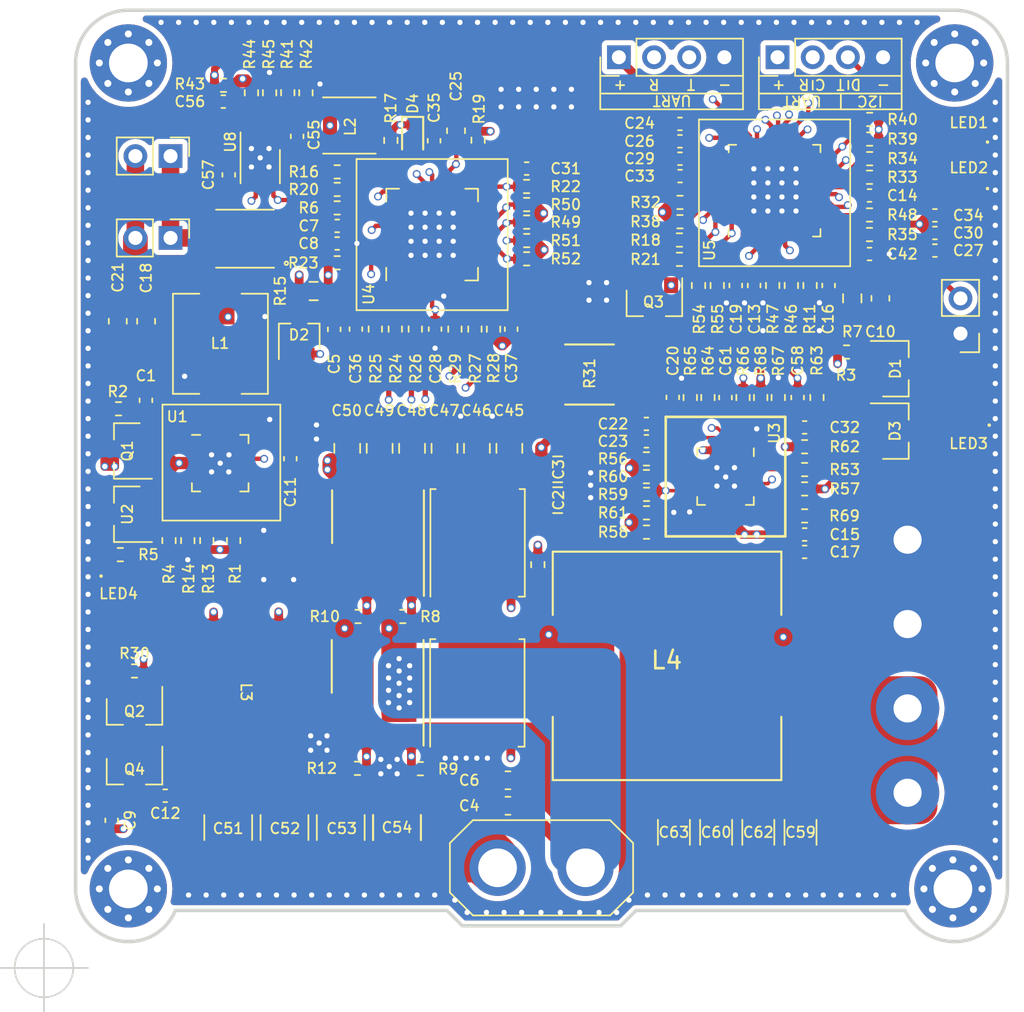
<source format=kicad_pcb>
(kicad_pcb (version 20211014) (generator pcbnew)
  (layers (0 "F.Cu" signal) (1 "In1.Cu" signal) (2 "In2.Cu" signal) (31 "B.Cu" signal) (34 "B.Paste" user) (35 "F.Paste" user) (36 "B.SilkS" user "B.Silkscreen") (37 "F.SilkS" user "F.Silkscreen") (38 "B.Mask" user) (39 "F.Mask" user) (44 "Edge.Cuts" user))
  (net 0 "")
  (net 1 "GND")
  (net 2 "COIL-")
  (net 3 "VDDA")
  (net 4 "Net-(C10-Pad1)")
  (net 5 "Net-(C11-Pad1)")
  (net 6 "Net-(C11-Pad2)")
  (net 7 "Net-(C1-Pad1)")
  (net 8 "Net-(LED3-Pad2)")
  (net 9 "+5V")
  (net 10 "Net-(C20-Pad2)")
  (net 11 "HT")
  (net 12 "Net-(C22-Pad2)")
  (net 13 "VAC1")
  (net 14 "+3V3")
  (net 15 "Net-(C31-Pad1)")
  (net 16 "VAC2")
  (net 17 "Net-(C36-Pad1)")
  (net 18 "ISENSE")
  (net 19 "Net-(C37-Pad1)")
  (net 20 "Net-(C37-Pad2)")
  (net 21 "TEMP")
  (net 22 "Net-(D1-Pad1)")
  (net 24 "Net-(LED1-Pad2)")
  (net 25 "Net-(LED2-Pad2)")
  (net 26 "VACC_MID")
  (net 27 "Net-(LED4-Pad2)")
  (net 28 "Net-(R13-Pad1)")
  (net 29 "Net-(C9-Pad2)")
  (net 30 "Net-(R26-Pad1)")
  (net 31 "Net-(R26-Pad2)")
  (net 32 "Net-(R27-Pad1)")
  (net 33 "Net-(R28-Pad1)")
  (net 34 "Net-(R29-Pad1)")
  (net 35 "Net-(C12-Pad2)")
  (net 36 "DC_V")
  (net 37 "ACMPREF")
  (net 38 "PDC_V")
  (net 39 "Net-(R32-Pad1)")
  (net 40 "Net-(R33-Pad1)")
  (net 41 "Net-(R34-Pad1)")
  (net 43 "PWM1_L")
  (net 44 "PWM1_H")
  (net 45 "PWM2_L")
  (net 46 "PWM2_H")
  (net 47 "Net-(C23-Pad1)")
  (net 48 "Net-(C23-Pad2)")
  (net 50 "AC_I_2")
  (net 53 "Net-(C32-Pad1)")
  (net 56 "Net-(C32-Pad2)")
  (net 57 "VDC")
  (net 58 "Net-(D3-Pad1)")
  (net 60 "Net-(L2-Pad2)")
  (net 62 "Net-(R24-Pad2)")
  (net 63 "Net-(R24-Pad1)")
  (net 64 "Net-(R25-Pad1)")
  (net 65 "Net-(D3-Pad3)")
  (net 66 "Net-(J2-Pad2)")
  (net 67 "Net-(J2-Pad3)")
  (net 68 "Net-(J3-Pad2)")
  (net 69 "Net-(J3-Pad3)")
  (net 70 "Net-(C56-Pad2)")
  (net 71 "Net-(C57-Pad1)")
  (net 72 "Net-(NCP15XW153J03RC1-Pad1)")
  (net 73 "Net-(R41-Pad1)")
  (net 74 "Net-(R45-Pad1)")
  (net 75 "Net-(U8-Pad7)")
  (net 76 "Net-(J6-Pad1)")
  (net 78 "Net-(Q1-Pad1)")
  (net 79 "EN_MOD")
  (net 80 "MIN_LD")
  (net 81 "Net-(Q3-Pad3)")
  (net 82 "Net-(Q5-Pad4)")
  (net 83 "Net-(Q6-Pad4)")
  (net 84 "Net-(R4-Pad2)")
  (net 85 "Net-(R6-Pad1)")
  (net 86 "Net-(R10-Pad2)")
  (net 87 "Net-(R12-Pad2)")
  (net 88 "AC_I_1")
  (net 89 "EN_GAIN")
  (net 90 "Net-(R38-Pad1)")
  (net 91 "Net-(R49-Pad1)")
  (net 92 "Net-(R51-Pad1)")
  (net 93 "Net-(R53-Pad2)")
  (net 94 "Net-(R56-Pad2)")
  (net 95 "Net-(R57-Pad2)")
  (net 96 "Net-(R58-Pad2)")
  (net 97 "Net-(R64-Pad2)")
  (net 99 "EN_LOAD")
  (net 102 "EN_DRV")
  (net 105 "AC_I")
  (net 109 "Net-(C35-Pad1)")
  (footprint "Resistor_SMD:R_0402_1005Metric" (layer "F.Cu") (at 148.765001 90.539998 90)
    (fp_text reference "R67")
    (fp_text value "1K")
  )
  (footprint "Resistor_SMD:R_0402_1005Metric" (layer "F.Cu") (at 124.83 111.64)
    (fp_text reference "R12")
    (fp_text value "20K")
  )
  (footprint "Capacitor_SMD:C_0402_1005Metric" (layer "F.Cu") (at 117.2 73.7)
    (fp_text reference "C56")
    (fp_text value "1uF")
  )
  (footprint "Resistor_SMD:R_0402_1005Metric" (layer "F.Cu") (at 153.955 80.148926)
    (fp_text reference "R48")
    (fp_text value "10K")
  )
  (footprint "Resistor_SMD:R_0402_1005Metric" (layer "F.Cu") (at 153.965 75.831786 180)
    (fp_text reference "R39")
    (fp_text value "10K")
  )
  (footprint "Capacitor_SMD:C_1206_3216Metric" (layer "F.Cu") (at 147.630001 115.28 90)
    (fp_text reference "C62")
    (fp_text value "10uF")
  )
  (footprint "Capacitor_SMD:C_1210_3225Metric" (layer "F.Cu") (at 120.68 115.01 90)
    (fp_text reference "C52")
    (fp_text value "47nF 250V")
  )
  (footprint "lib:Infineon_PG-TISON-8-2-2" (layer "F.Cu") (at 126 98.82 90)
    (fp_text reference "U6" hide)
    (fp_text value "IPG20N06S4L-11")
  )
  (footprint "Package_DFN_QFN:TDFN-8-1EP_3x2mm_P0.5mm_EP1.80x1.65mm" (layer "F.Cu") (at 119.3 76.9 -90)
    (fp_text reference "U8")
    (fp_text value "max31740")
  )
  (footprint "Capacitor_SMD:C_0402_1005Metric" (layer "F.Cu") (at 157.675 81.175001)
    (fp_text reference "C30")
    (fp_text value "100nF 50V")
  )
  (footprint "Connector_PinHeader_2.00mm:PinHeader_1x04_P2.00mm_Vertical" (layer "F.Cu") (at 139.7 71.175 90)
    (fp_text reference "J3" hide)
    (fp_text value "I2C")
  )
  (footprint "Resistor_SMD:R_0402_1005Metric" (layer "F.Cu") (at 128.120833 86.645 -90)
    (fp_text reference "R26")
    (fp_text value "1R")
  )
  (footprint "Resistor_SMD:R_0402_1005Metric" (layer "F.Cu") (at 123.6775 77.6975)
    (fp_text reference "R16")
    (fp_text value "200K")
  )
  (footprint "Capacitor_SMD:C_0402_1005Metric" (layer "F.Cu") (at 153.955 79.042141)
    (fp_text reference "C14")
    (fp_text value "100nF 50V")
  )
  (footprint "lib:Infineon_PG-TISON-8-2-2" (layer "F.Cu") (at 125.98 107.34 90)
    (fp_text reference "U7" hide)
    (fp_text value "IPG20N06S4L-11")
  )
  (footprint "Resistor_SMD:R_0402_1005Metric" (layer "F.Cu") (at 131.692501 75.8975 -90)
    (fp_text reference "R19")
    (fp_text value "10K")
  )
  (footprint "MountingHole:MountingHole_2.2mm_M2_Pad_Via" (layer "F.Cu") (at 111.8 118.5)
    (fp_text reference "H3")
    (fp_text value "MountingHole")
  )
  (footprint "Connector_PinHeader_2.00mm:PinHeader_1x02_P2.00mm_Vertical" (layer "F.Cu") (at 114.2 76.8 -90)
    (fp_text reference "J6" hide)
    (fp_text value "Conn_01x02_Male")
  )
  (footprint "Capacitor_SMD:C_0402_1005Metric" (layer "F.Cu") (at 123.6775 81.7725)
    (fp_text reference "C8")
    (fp_text value "4.7uF 25V")
  )
  (footprint "Resistor_SMD:R_0402_1005Metric" (layer "F.Cu") (at 128.41 111.66 180)
    (fp_text reference "R9")
    (fp_text value "20K")
  )
  (footprint "Package_TO_SOT_SMD:SOT-23" (layer "F.Cu") (at 155.425 88.9)
    (fp_text reference "D1")
    (fp_text value "BAS101S,215")
  )
  (footprint "Resistor_SMD:R_0402_1005Metric" (layer "F.Cu") (at 149.510715 84.165001 -90)
    (fp_text reference "R46")
    (fp_text value "75K")
  )
  (footprint "Capacitor_SMD:C_0402_1005Metric" (layer "F.Cu") (at 141.264999 92.039999)
    (fp_text reference "C22")
    (fp_text value "10nF 50V")
  )
  (footprint "lib:PA1005" (layer "F.Cu") (at 118.5 107.4 180)
    (fp_text reference "L3")
    (fp_text value "PA1005.100NLT")
  )
  (footprint "Resistor_SMD:R_0402_1005Metric" (layer "F.Cu") (at 141.265 94.029998)
    (fp_text reference "R56")
    (fp_text value "1R")
  )
  (footprint "Capacitor_SMD:C_0402_1005Metric" (layer "F.Cu") (at 145.765 90.539998 90)
    (fp_text reference "C61")
    (fp_text value "330pF")
  )
  (footprint "Capacitor_SMD:C_0402_1005Metric" (layer "F.Cu") (at 146.34786 84.165001 90)
    (fp_text reference "C19")
    (fp_text value "100nF 50V")
  )
  (footprint "Resistor_SMD:R_0402_1005Metric" (layer "F.Cu") (at 141.275 96.049998 180)
    (fp_text reference "R59")
    (fp_text value "3R3")
  )
  (footprint "Capacitor_SMD:C_0402_1005Metric" (layer "F.Cu") (at 153.955 82.372501)
    (fp_text reference "C42")
    (fp_text value "100nF 50V")
  )
  (footprint "Capacitor_SMD:C_0402_1005Metric" (layer "F.Cu") (at 133.575 86.65 -90)
    (fp_text reference "C37")
    (fp_text value "47nF 50V")
  )
  (footprint "LED_SMD:LED_0402_1005Metric" (layer "F.Cu") (at 111.34 100.7)
    (fp_text reference "LED4")
    (fp_text value "LED")
  )
  (footprint "Resistor_SMD:R_0402_1005Metric" (layer "F.Cu") (at 120.866666 73.19 90)
    (fp_text reference "R41")
    (fp_text value "33K")
  )
  (footprint "Package_DFN_QFN:QFN-16-1EP_3x3mm_P0.5mm_EP1.7x1.7mm" (layer "F.Cu") (at 117.025 94.275)
    (fp_text reference "U1")
    (fp_text value "TS30041")
  )
  (footprint "Resistor_SMD:R_0402_1005Metric" (layer "F.Cu") (at 144.765 90.539997 -90)
    (fp_text reference "R64")
    (fp_text value "9.09K")
  )
  (footprint "Resistor_SMD:R_0402_1005Metric" (layer "F.Cu") (at 111.342436 99.480741 180)
    (fp_text reference "R5")
    (fp_text value "10K")
  )
  (footprint "Resistor_SMD:R_0402_1005Metric" (layer "F.Cu") (at 134.455001 79.5575 180)
    (fp_text reference "R50")
    (fp_text value "0R")
  )
  (footprint "Resistor_SMD:R_0603_1608Metric" (layer "F.Cu") (at 152.975 84.895 -90)
    (fp_text reference "R7")
    (fp_text value "100K")
  )
  (footprint "Inductor_SMD:L_Wuerth_HCI-5040" (layer "F.Cu") (at 117.037436 87.480742 90)
    (fp_text reference "L1")
    (fp_text value "4.7uH")
  )
  (footprint "Capacitor_SMD:C_0402_1005Metric" (layer "F.Cu") (at 124.742501 86.645001 -90)
    (fp_text reference "C36")
    (fp_text value "47nF 50V")
  )
  (footprint "Resistor_SMD:R_0402_1005Metric" (layer "F.Cu") (at 119.833333 73.2 90)
    (fp_text reference "R45")
    (fp_text value "12.4K")
  )
  (footprint "Capacitor_SMD:C_0402_1005Metric" (layer "F.Cu") (at 143.18 77.94 180)
    (fp_text reference "C33")
    (fp_text value "100nF 50V")
  )
  (footprint "Resistor_SMD:R_0402_1005Metric" (layer "F.Cu") (at 153.965 74.715 180)
    (fp_text reference "R40")
    (fp_text value "10K")
  )
  (footprint "Resistor_SMD:R_0402_1005Metric" (layer "F.Cu") (at 145.293575 84.165001 90)
    (fp_text reference "R55")
    (fp_text value "10K")
  )
  (footprint "Package_TO_SOT_SMD:TDSON-8-1" (layer "F.Cu") (at 131.665 98.809999 90)
    (fp_text reference "Q5" hide)
    (fp_text value "BSC100N06L")
  )
  (footprint "Resistor_SMD:R_0402_1005Metric" (layer "F.Cu") (at 144.229291 84.165001 -90)
    (fp_text reference "R54")
    (fp_text value "133K")
  )
  (footprint "Capacitor_SMD:C_0402_1005Metric" (layer "F.Cu") (at 112.8 90.7 90)
    (fp_text reference "C1")
    (fp_text value "1uF 50V")
  )
  (footprint "Resistor_SMD:R_0402_1005Metric" (layer "F.Cu") (at 141.27 97.1)
    (fp_text reference "R61")
    (fp_text value "20K")
  )
  (footprint "Resistor_SMD:R_0402_1005Metric" (layer "F.Cu") (at 121.9 73.2 -90)
    (fp_text reference "R42")
    (fp_text value "200K")
  )
  (footprint "Resistor_SMD:R_0402_1005Metric" (layer "F.Cu") (at 147.765 90.539999 90)
    (fp_text reference "R68")
    (fp_text value "499K")
  )
  (footprint "Resistor_SMD:R_0402_1005Metric" (layer "F.Cu") (at 150.575 84.165001 -90)
    (fp_text reference "R11")
    (fp_text value "1.5K")
  )
  (footprint "Package_TO_SOT_SMD:SOT-23" (layer "F.Cu") (at 111.742436 97.180741 180)
    (fp_text reference "U2")
    (fp_text value "TL431DBZ")
  )
  (footprint "Capacitor_SMD:C_0603_1608Metric" (layer "F.Cu") (at 133.39 112.32 180)
    (fp_text reference "C6")
    (fp_text value "1nF 250V NP")
  )
  (footprint "LED_SMD:LED_0402_1005Metric" (layer "F.Cu") (at 159.575 78.65 180)
    (fp_text reference "LED2")
    (fp_text value "LED")
  )
  (footprint "MountingHole:MountingHole_2.2mm_M2_Pad_Via" (layer "F.Cu") (at 158.8 71.5)
    (fp_text reference "H1" hide)
    (fp_text value "MountingHole")
  )
  (footprint "Resistor_SMD:R_0402_1005Metric" (layer "F.Cu") (at 112.15 106.1 180)
    (fp_text reference "R30")
    (fp_text value "100K")
  )
  (footprint "Package_DFN_QFN:QFN-20-1EP_3x3mm_P0.4mm_EP1.65x1.65mm" (layer "F.Cu") (at 145.765 95.039998 -90)
    (fp_text reference "U3")
    (fp_text value "SC506")
  )
  (footprint "Resistor_SMD:R_0402_1005Metric" (layer "F.Cu") (at 150.265 95.739998 180)
    (fp_text reference "R57")
    (fp_text value "10K")
  )
  (footprint "Capacitor_SMD:C_0805_2012Metric" (layer "F.Cu") (at 131.625715 93.43 -90)
    (fp_text reference "C46")
    (fp_text value "22uF 50V")
  )
  (footprint "Resistor_SMD:R_0402_1005Metric" (layer "F.Cu") (at 127.41 103)
    (fp_text reference "R8")
    (fp_text value "20K")
  )
  (footprint "Resistor_SMD:R_0402_1005Metric" (layer "F.Cu") (at 153.955 78.005)
    (fp_text reference "R33")
    (fp_text value "150R")
  )
  (footprint "MountingHole:MountingHole_2.2mm_M2_Pad_Via" (layer "F.Cu") (at 158.7 118.5)
    (fp_text reference "H2")
    (fp_text value "MountingHole")
  )
  (footprint "Capacitor_SMD:C_0402_1005Metric" (layer "F.Cu") (at 151.629289 84.165001 -90)
    (fp_text reference "C16")
    (fp_text value "100nF 50V")
  )
  (footprint "Connector_AMASS:AMASS_XT30U-F_1x02_P5.0mm_Vertical" (layer "F.Cu") (at 132.8 117.3)
    (fp_text reference "J5" hide)
    (fp_text value "COIL 24uH")
  )
  (footprint "Capacitor_SMD:C_0402_1005Metric" (layer "F.Cu") (at 150.265 99.325 180)
    (fp_text reference "C17")
    (fp_text value "100nF 50V")
  )
  (footprint "Resistor_SMD:R_0402_1005Metric" (layer "F.Cu") (at 153.964999 76.94857)
    (fp_text reference "R34")
    (fp_text value "150R")
  )
  (footprint "Capacitor_SMD:C_1210_3225Metric" (layer "F.Cu") (at 123.88 115.01 90)
    (fp_text reference "C53")
    (fp_text value "10nF 250V NP")
  )
  (footprint "Resistor_SMD:R_0402_1005Metric" (layer "F.Cu") (at 124.87 103)
    (fp_text reference "R10")
    (fp_text value "20K")
  )
  (footprint "Capacitor_SMD:C_0402_1005Metric" (layer "F.Cu") (at 143.175 75.960001 180)
    (fp_text reference "C26")
    (fp_text value "100nF 50V")
  )
  (footprint "Resistor_SMD:R_0402_1005Metric" (layer "F.Cu") (at 125.847501 86.645001 -90)
    (fp_text reference "R25")
    (fp_text value "0R")
  )
  (footprint "Resistor_SMD:R_0402_1005Metric" (layer "F.Cu") (at 143.145 81.575001)
    (fp_text reference "R18")
    (fp_text value "10K")
  )
  (footprint "Capacitor_SMD:C_0402_1005Metric" (layer "F.Cu") (at 142.765001 90.529998 -90)
    (fp_text reference "C20")
    (fp_text value "1uF 50V")
  )
  (footprint "Capacitor_SMD:C_0402_1005Metric" (layer "F.Cu") (at 143.175 74.970002 180)
    (fp_text reference "C24")
    (fp_text value "4.7uF 25V")
  )
  (footprint "Resistor_SMD:R_0402_1005Metric" (layer "F.Cu") (at 126.73 75.9075 -90)
    (fp_text reference "R17")
    (fp_text value "1R")
  )
  (footprint "Resistor_SMD:R_0402_1005Metric" (layer "F.Cu") (at 153.955 81.26571)
    (fp_text reference "R35")
    (fp_text value "10K")
  )
  (footprint "Package_TO_SOT_SMD:TDSON-8-1" (layer "F.Cu") (at 131.65 107.35 90)
    (fp_text reference "Q6" hide)
    (fp_text value "BSC028N06L")
  )
  (footprint "Resistor_SMD:R_0402_1005Metric" (layer "F.Cu") (at 150.265 97.275 180)
    (fp_text reference "R69")
    (fp_text value "5.1K")
  )
  (footprint "Capacitor_SMD:C_0805_2012Metric" (layer "F.Cu") (at 136.22 94.625715 180)
    (fp_text reference "C3")
    (fp_text value "22uF 50V")
  )
  (footprint "Resistor_SMD:R_0402_1005Metric" (layer "F.Cu") (at 132.57 86.65 -90)
    (fp_text reference "R28")
    (fp_text value "0R")
  )
  (footprint "Capacitor_SMD:C_0402_1005Metric" (layer "F.Cu") (at 110.85 114.6 90)
    (fp_text reference "C9")
    (fp_text value "15nF 50V")
  )
  (footprint "Package_TO_SOT_SMD:SOT-23" (layer "F.Cu") (at 112.15 108.4 -90)
    (fp_text reference "Q2")
    (fp_text value "2N7002")
  )
  (footprint "lib:CSD16406Q3" (layer "F.Cu") (at 118.4375 81.5 180)
    (fp_text reference "U9" hide)
    (fp_text value "CSD16406Q3")
  )
  (footprint "Capacitor_SMD:C_0805_2012Metric" (layer "F.Cu") (at 129.78143 93.43 -90)
    (fp_text reference "C47")
    (fp_text value "100nF 250V")
  )
  (footprint "Capacitor_SMD:C_0402_1005Metric" (layer "F.Cu") (at 150.265 98.335002 180)
    (fp_text reference "C15")
    (fp_text value "1uF 50V")
  )
  (footprint "Capacitor_SMD:C_0402_1005Metric" (layer "F.Cu") (at 141.264999 93.029998 180)
    (fp_text reference "C23")
    (fp_text value "100nF 50V")
  )
  (footprint "Capacitor_SMD:C_0805_2012Metric" (layer "F.Cu") (at 124.248575 93.43 -90)
    (fp_text reference "C50")
    (fp_text value "100nF 250V")
  )
  (footprint "Resistor_SMD:R_0402_1005Metric" (layer "F.Cu") (at 118.8 73.2 -90)
    (fp_text reference "R44")
    (fp_text value "5.1M")
  )
  (footprint "Capacitor_SMD:C_0402_1005Metric" (layer "F.Cu") (at 149.865001 90.539999 90)
    (fp_text reference "C58")
    (fp_text value "22nF 50V")
  )
  (footprint "Resistor_SMD:R_0402_1005Metric" (layer "F.Cu") (at 116.262436 98.680742 -90)
    (fp_text reference "R13")
    (fp_text value "47K")
  )
  (footprint "Connector_PinHeader_2.00mm:PinHeader_1x02_P2.00mm_Vertical" (layer "F.Cu") (at 114.2 81.456977 -90)
    (fp_text reference "J7" hide)
    (fp_text value "Conn_01x02_Male")
  )
  (footprint "Capacitor_SMD:C_0402_1005Metric" (layer "F.Cu") (at 117.510001 77.87 90)
    (fp_text reference "C57")
    (fp_text value "330nF")
  )
  (footprint "Capacitor_SMD:C_0402_1005Metric" (layer "F.Cu") (at 123.6775 80.7725)
    (fp_text reference "C7")
    (fp_text value "100nF 50V")
  )
  (footprint "Resistor_SMD:R_0402_1005Metric" (layer "F.Cu") (at 131.510831 86.645001 -90)
    (fp_text reference "R27")
    (fp_text value "1R")
  )
  (footprint "Capacitor_SMD:C_0402_1005Metric" (layer "F.Cu") (at 129.247499 86.645001 -90)
    (fp_text reference "C28")
    (fp_text value "100nF 50V")
  )
  (footprint "Package_DFN_QFN:QFN-28-1EP_5x5mm_P0.5mm_EP3.35x3.35mm" (layer "F.Cu") (at 129.0775 81.2675 90)
    (fp_text reference "U4")
    (fp_text value "TS61002")
  )
  (footprint "Capacitor_SMD:C_0402_1005Metric" (layer "F.Cu") (at 150.265 92.239999)
    (fp_text reference "C32")
    (fp_text value "1nF 50V")
  )
  (footprint "Capacitor_SMD:C_0402_1005Metric" (layer "F.Cu") (at 143.174999 76.95 180)
    (fp_text reference "C29")
    (fp_text value "100nF 50V")
  )
  (footprint "Resistor_SMD:R_0402_1005Metric" (layer "F.Cu") (at 134.455001 80.5575 180)
    (fp_text reference "R49")
    (fp_text value "0R")
  )
  (footprint "Capacitor_SMD:C_1206_3216Metric" (layer "F.Cu") (at 145.230001 115.28 90)
    (fp_text reference "C60")
    (fp_text value "10uF")
  )
  (footprint "LED_SMD:LED_0402_1005Metric" (layer "F.Cu") (at 159.675 92.11 180)
    (fp_text reference "LED3")
    (fp_text value "LED")
  )
  (footprint "Capacitor_SMD:C_0805_2012Metric" (layer "F.Cu") (at 136.22 96.38 180)
    (fp_text reference "C2")
    (fp_text value "22uF 50V")
  )
  (footprint "Capacitor_SMD:C_0402_1005Metric" (layer "F.Cu") (at 134.455001 77.51 180)
    (fp_text reference "C31")
    (fp_text value "47pF 50V")
  )
  (footprint "Diode_SMD:D_SOD-523" (layer "F.Cu") (at 127.97 75.72 -90)
    (fp_text reference "D4")
    (fp_text value "1N5819WT")
  )
  (footprint "Resistor_SMD:R_0402_1005Metric" (layer "F.Cu") (at 134.455001 82.6475 180)
    (fp_text reference "R52")
    (fp_text value "0R")
  )
  (footprint "Resistor_SMD:R_0402_1005Metric" (layer "F.Cu") (at 143.76 90.539997 90)
    (fp_text reference "R65")
    (fp_text value "1K")
  )
  (footprint "Resistor_SMD:R_0402_1005Metric" (layer "F.Cu") (at 123.677499 82.872499 180)
    (fp_text reference "R23")
    (fp_text value "7.5K")
  )
  (footprint "Resistor_SMD:R_0402_1005Metric" (layer "F.Cu") (at 114.112436 98.680742 -90)
    (fp_text reference "R4")
    (fp_text value "133K")
  )
  (footprint "Resistor_SMD:R_0402_1005Metric" (layer "F.Cu") (at 141.270001 98.2)
    (fp_text reference "R58")
    (fp_text value "1R")
  )
  (footprint "Resistor_SMD:R_0402_1005Metric" (layer "F.Cu") (at 152.65 87.95 180)
    (fp_text reference "R3")
    (fp_text value "7.5K")
  )
  (footprint "Resistor_SMD:R_0402_1005Metric" (layer "F.Cu") (at 123.6775 79.7475 180)
    (fp_text reference "R6")
    (fp_text value "0R")
  )
  (footprint "Capacitor_SMD:C_0402_1005Metric" (layer "F.Cu") (at 113.9 113.2 180)
    (fp_text reference "C12")
    (fp_text value "15nF 50V")
  )
  (footprint "Capacitor_SMD:C_1206_3216Metric" (layer "F.Cu") (at 150.03 115.28 90)
    (fp_text reference "C59")
    (fp_text value "10uF")
  )
  (footprint "Resistor_SMD:R_1812_4532Metric" (layer "F.Cu") (at 138.029081 89.230258)
    (fp_text reference "R31")
    (fp_text value "200R")
  )
  (footprint "Package_TO_SOT_SMD:SOT-23" (layer "F.Cu") (at 112.15 111.8 -90)
    (fp_text reference "Q4")
    (fp_text value "2N7002")
  )
  (footprint "Capacitor_SMD:C_1210_3225Metric" (layer "F.Cu") (at 117.48 115.01 90)
    (fp_text reference "C51")
    (fp_text value "47nF 250V")
  )
  (footprint "Capacitor_SMD:C_0402_1005Metric" (layer "F.Cu") (at 157.674999 80.175)
    (fp_text reference "C34")
    (fp_text value "4.7nF 100V")
  )
  (footprint "Resistor_SMD:R_0402_1005Metric" (layer "F.Cu") (at 130.374165 86.645001 -90)
    (fp_text reference "R29")
    (fp_text value "1R")
  )
  (footprint "Resistor_SMD:R_0402_1005Metric" (layer "F.Cu") (at 150.265 94.639997 180)
    (fp_text reference "R53")
    (fp_text value "715K")
  )
  (footprint "Capacitor_SMD:C_0402_1005Metric" (layer "F.Cu") (at 147.392145 84.165001 90)
    (fp_text reference "C13")
    (fp_text value "100nF 50V")
  )
  (footprint "Connector_Wire:SolderWire-0.75sqmm_1x04_P4.8mm_D1.25mm_OD2.3mm" (layer "F.Cu") (at 156.12 98.63 -90)
    (fp_text reference "J4" hide)
    (fp_text value "I2C")
  )
  (footprint "Resistor_SMD:R_0402_1005Metric" (layer "F.Cu") (at 146.76 90.539997 -90)
    (fp_text reference "R66")
    (fp_text value "34K")
  )
  (footprint "Resistor_SMD:R_0402_1005Metric" (layer "F.Cu") (at 117.210001 72.769999)
    (fp_text reference "R43")
    (fp_text value "12.4K")
  )
  (footprint "Capacitor_SMD:C_0603_1608Metric" (layer "F.Cu") (at 130.4375 75.3575 90)
    (fp_text reference "C25")
    (fp_text value "10uF 25V")
  )
  (footprint "Capacitor_SMD:C_0603_1608Metric" (layer "F.Cu") (at 112.81 86.2 -90)
    (fp_text reference "C18")
    (fp_text value "22uF 16V")
  )
  (footprint "Capacitor_SMD:C_0402_1005Metric" (layer "F.Cu") (at 129.19 75.9275 90)
    (fp_text reference "C35")
    (fp_text value "4.7uF 25V")
  )
  (footprint "Capacitor_SMD:C_1210_3225Metric" (layer "F.Cu") (at 127.08 115.01 90)
    (fp_text reference "C54")
    (fp_text value "NP")
  )
  (footprint "Capacitor_SMD:C_0402_1005Metric" (layer "F.Cu") (at 121.4 75.68 90)
    (fp_text reference "C55")
    (fp_text value "4.7uF")
  )
  (footprint "Capacitor_SMD:C_0805_2012Metric" (layer "F.Cu") (at 127.937145 93.43 -90)
    (fp_text reference "C48")
    (fp_text value "22uF 50V")
  )
  (footprint "Resistor_SMD:R_0402_1005Metric" (layer "F.Cu") (at 141.265 95.039998)
    (fp_text reference "R60")
    (fp_text value "20K")
  )
  (footprint "Connector_PinHeader_2.00mm:PinHeader_1x04_P2.00mm_Vertical" (layer "F.Cu") (at 148.725 71.175 90)
    (fp_text reference "J2" hide)
    (fp_text value "I2C")
  )
  (footprint "Capacitor_SMD:C_1206_3216Metric" (layer "F.Cu") (at 142.83 115.28 90)
    (fp_text reference "C63")
    (fp_text value "10uF")
  )
  (footprint "Capacitor_SMD:C_0603_1608Metric" (layer "F.Cu") (at 111.2 86.2 -90)
    (fp_text reference "C21")
    (fp_text value "22uF 16V")
  )
  (footprint "Capacitor_SMD:C_0402_1005Metric" (layer "F.Cu") (at 157.675 82.175001)
    (fp_text reference "C27")
    (fp_text value "4.7uF 25V")
  )
  (footprint "LED_SMD:LED_0402_1005Metric" (layer "F.Cu") (at 159.575 76 180)
    (fp_text reference "LED1")
    (fp_text value "LED")
  )
  (footprint "Capacitor_SMD:C_0805_2012Metric" (layer "F.Cu") (at 133.47 93.43 -90)
    (fp_text reference "C45")
    (fp_text value "22uF 50V")
  )
  (footprint "Inductor_SMD:L_Wuerth_HCI-1350" (layer "F.Cu") (at 142.44 105.81)
    (fp_text reference "L4")
    (fp_text value "22uH")
  )
  (footprint "Package_TO_SOT_SMD:SOT-23" (layer "F.Cu") (at 155.425 92.45)
    (fp_text reference "D3")
    (fp_text value "BAS21")
  )
  (footprint "Connector_PinHeader_2.00mm:PinHeader_1x02_P2.00mm_Vertical" (layer "F.Cu") (at 159.13 86.9 180)
    (fp_text reference "J1" hide)
    (fp_text value "Conn_01x02_Male")
  )
  (footprint "Resistor_SMD:R_0402_1005Metric" (layer "F.Cu") (at 111.242436 91.180741)
    (fp_text reference "R2")
    (fp_text value "10K")
  )
  (footprint "Resistor_SMD:R_0402_1005Metric" (layer "F.Cu") (at 115.17986 98.680742 90)
    (fp_text reference "R14")
    (fp_text value "10K")
  )
  (footprint "Resistor_SMD:R_0402_1005Metric" (layer "F.Cu") (at 117.787436 98.680742 -90)
    (fp_text reference "R1")
    (fp_text value "5.1K")
  )
  (footprint "Resistor_SMD:R_0402_1005Metric" (layer "F.Cu") (at 143.175 80.535 180)
    (fp_text reference "R38")
    (fp_text value "4.7K")
  )
  (footprint "Resistor_SMD:R_0402_1005Metric" (layer "F.Cu") (at 126.984167 86.645 -90)
    (fp_text reference "R24")
    (fp_text value "1R")
  )
  (footprint "MountingHole:MountingHole_2.2mm_M2_Pad_Via" (layer "F.Cu") (at 111.8 71.5)
    (fp_text reference "H4" hide)
    (fp_text value "MountingHole")
  )
  (footprint "Capacitor_SMD:C_0402_1005Metric" (layer "F.Cu") (at 123.51 86.66 90)
    (fp_text reference "C5")
    (fp_text value "10pF 50V")
  )
  (footprint "Capacitor_SMD:C_0402_1005Metric" (layer "F.Cu") (at 121.012436 94.020742 90)
    (fp_text reference "C11")
    (fp_text value "47nF 50V")
  )
  (footprint "Resistor_SMD:R_0402_1005Metric" (layer "F.Cu") (at 148.44643 84.165001 90)
    (fp_text reference "R47")
    (fp_text value "10K")
  )
  (footprint "Resistor_SMD:R_0402_1005Metric" (layer "F.Cu") (at 123.6775 78.6975)
    (fp_text reference "R20")
    (fp_text value "7.5K")
  )
  (footprint "Resistor_SMD:R_0603_1608Metric" (layer "F.Cu") (at 122.34 84.48 180)
    (fp_text reference "R15")
    (fp_text value "20R")
  )
  (footprint "Resistor_SMD:R_0402_1005Metric" (layer "F.Cu") (at 150.265 93.339999 180)
    (fp_text reference "R62")
    (fp_text value "10K")
  )
  (footprint "Capacitor_SMD:C_0603_1608Metric" (layer "F.Cu") (at 133.39 113.77 180)
    (fp_text reference "C4")
    (fp_text value "1nF 250V NP")
  )
  (footprint "Inductor_SMD:L_Taiyo-Yuden_NR-30xx" (layer "F.Cu") (at 124.37 75.06)
    (fp_text reference "L2")
    (fp_text value "1uF")
  )
  (footprint "Resistor_SMD:R_0402_1005Metric" (layer "F.Cu") (at 143.175 79.434999 180)
    (fp_text reference "R32")
    (fp_text value "10K")
  )
  (footprint "Package_DFN_QFN:QFN-40-1EP_5x5mm_P0.4mm_EP3.6x3.6mm" (layer "F.Cu") (at 148.555 78.767501 90)
    (fp_text reference "U5")
    (fp_text value "TS80003")
  )
  (footprint "Resistor_SMD:R_0402_1005Metric" (layer "F.Cu") (at 134.4575 81.6075 180)
    (fp_text reference "R51")
    (fp_text value "0R")
  )
  (footprint "Package_TO_SOT_SMD:SOT-323_SC-70" (layer "F.Cu") (at 121.52 87.06 90)
    (fp_text reference "D2")
    (fp_text value "BAT54SW")
  )
  (footprint "Resistor_SMD:R_0402_1005Metric" (layer "F.Cu") (at 150.965001 90.539998 90)
    (fp_text reference "R63")
    (fp_text value "4.99K")
  )
  (footprint "Capacitor_SMD:C_0805_2012Metric" (layer "F.Cu") (at 126.09286 93.43 -90)
    (fp_text reference "C49")
    (fp_text value "22uF 50V")
  )
  (footprint "Resistor_SMD:R_0402_1005Metric" (layer "F.Cu") (at 143.145 82.675)
    (fp_text reference "R21")
    (fp_text value "10K")
  )
  (footprint "Resistor_SMD:R_0402_1005Metric" (layer "F.Cu") (at 135.09 100.05 -90)
    (fp_text reference "NCP15XW153J03RC1" hide)
    (fp_text value "Thermistor_NTC")
  )
  (footprint "Package_TO_SOT_SMD:SOT-23" (layer "F.Cu") (at 111.742436 93.580742 180)
    (fp_text reference "Q1")
    (fp_text value "2N7002")
  )
  (footprint "Package_TO_SOT_SMD:SOT-23" (layer "F.Cu") (at 141.72 85.15 -90)
    (fp_text reference "Q3")
    (fp_text value "2N7002")
  )
  (footprint "Capacitor_SMD:C_0603_1608Metric" (layer "F.Cu") (at 154.575 84.895 90)
    (fp_text reference "C10")
    (fp_text value "1nF 250V")
  )
  (footprint "Resistor_SMD:R_0402_1005Metric" (layer "F.Cu") (at 134.45 78.53 180)
    (fp_text reference "R22")
    (fp_text value "10K")
  )
  (gr_line (start 124.7775 76.9675) (end 124.777501 85.5675) (layer "F.SilkS") (width 0.1))
  (gr_line (start 142.365 98.439997) (end 142.364999 91.639998) (layer "F.SilkS") (width 0.15))
  (gr_line (start 144.255 74.717501) (end 152.855 74.717502) (layer "F.SilkS") (width 0.1))
  (gr_line (start 150.725 73.015) (end 150.725 72.515) (layer "F.SilkS") (width 0.1))
  (gr_line (start 152.855 74.717502) (end 152.855001 83.067502) (layer "F.SilkS") (width 0.1))
  (gr_line (start 155.725 73.24) (end 147.725 73.24) (layer "F.SilkS") (width 0.1))
  (gr_line (start 155.785 74.14) (end 155.785 72.24) (layer "F.SilkS") (width 0.1))
  (gr_line (start 152.75 72.99) (end 152.75 72.515) (layer "F.SilkS") (width 0.1))
  (gr_line (start 120.442437 97.54074) (end 113.742437 97.540741) (layer "F.SilkS") (width 0.1))
  (gr_line (start 152.325 74.14) (end 152.325 73.265) (layer "F.SilkS") (width 0.1))
  (gr_line (start 146.76 74.14) (end 146.76 72.24) (layer "F.SilkS") (width 0.1))
  (gr_line (start 144.255 83.067501) (end 152.855001 83.067502) (layer "F.SilkS") (width 0.1))
  (gr_line (start 149.165 91.639999) (end 142.364999 91.639998) (layer "F.SilkS") (width 0.15))
  (gr_line (start 113.742435 90.940741) (end 120.442438 90.940742) (layer "F.SilkS") (width 0.1))
  (gr_line (start 147.665 72.24) (end 147.665 74.14) (layer "F.SilkS") (width 0.1))
  (gr_line (start 133.377501 76.967499) (end 133.377501 85.5675) (layer "F.SilkS") (width 0.1))
  (gr_line (start 147.725 74.14) (end 155.785 74.14) (layer "F.SilkS") (width 0.1))
  (gr_line (start 146.7 73.24) (end 138.7 73.24) (layer "F.SilkS") (width 0.1))
  (gr_line (start 149.165 98.439997) (end 142.365 98.439997) (layer "F.SilkS") (width 0.15))
  (gr_line (start 120.442438 90.940742) (end 120.442437 97.54074) (layer "F.SilkS") (width 0.1))
  (gr_line (start 133.377501 76.967499) (end 124.7775 76.9675) (layer "F.SilkS") (width 0.1))
  (gr_line (start 138.64 74.14) (end 146.76 74.14) (layer "F.SilkS") (width 0.1))
  (gr_line (start 149.165 91.639999) (end 149.165 98.439997) (layer "F.SilkS") (width 0.15))
  (gr_line (start 144.255 83.067501) (end 144.255 74.717501) (layer "F.SilkS") (width 0.1))
  (gr_line (start 138.64 72.24) (end 138.64 74.14) (layer "F.SilkS") (width 0.1))
  (gr_line (start 133.377501 85.5675) (end 124.777501 85.5675) (layer "F.SilkS") (width 0.1))
  (gr_line (start 113.742437 97.540741) (end 113.742435 90.940741) (layer "F.SilkS") (width 0.1))
  (gr_line (start 155.975 119.725) (end 140.675 119.725) (layer "Edge.Cuts") (width 0.2))
  (gr_arc (start 108.8 71.5) (mid 109.67868 69.37868) (end 111.8 68.499999) (layer "Edge.Cuts") (width 0.2))
  (gr_line (start 130.8 120.6) (end 139.8 120.6) (layer "Edge.Cuts") (width 0.2))
  (gr_line (start 161.8 118.5) (end 161.8 71.5) (layer "Edge.Cuts") (width 0.2))
  (gr_line (start 108.8 71.5) (end 108.799998 118.5) (layer "Edge.Cuts") (width 0.2))
  (gr_arc (start 158.8 121.5) (mid 157.131815 121.019436) (end 155.975 119.725) (layer "Edge.Cuts") (width 0.2))
  (gr_arc (start 111.8 121.5) (mid 109.678679 120.621321) (end 108.799998 118.5) (layer "Edge.Cuts") (width 0.2))
  (gr_line (start 129.925 119.725) (end 130.8 120.6) (layer "Edge.Cuts") (width 0.2))
  (gr_line (start 111.8 68.499999) (end 158.8 68.5) (layer "Edge.Cuts") (width 0.2))
  (gr_arc (start 114.475 119.725) (mid 113.409738 121.022774) (end 111.8 121.5) (layer "Edge.Cuts") (width 0.2))
  (gr_line (start 129.925 119.725) (end 114.475 119.725) (layer "Edge.Cuts") (width 0.2))
  (gr_arc (start 158.8 68.5) (mid 160.92132 69.37868) (end 161.8 71.5) (layer "Edge.Cuts") (width 0.2))
  (gr_line (start 140.675 119.725) (end 139.8 120.6) (layer "Edge.Cuts") (width 0.2))
  (gr_arc (start 161.8 118.5) (mid 160.92132 120.62132) (end 158.8 121.5) (layer "Edge.Cuts") (width 0.2))
  (gr_text "UART" (at 142.730715 73.645 180) (layer "F.SilkS") (effects (font (size 0.6 0.6) (thickness 0.1))))
  (gr_text "D" (at 153.178332 72.72 180) (layer "F.SilkS") (effects (font (size 0.6 0.6) (thickness 0.1))))
  (gr_text "T" (at 143.803332 72.72 180) (layer "F.SilkS") (effects (font (size 0.6 0.6) (thickness 0.1))))
  (gr_text "-" (at 154.745001 72.72) (layer "F.SilkS") (effects (font (size 0.6 0.6) (thickness 0.1))))
  (gr_text "-" (at 145.720001 72.72) (layer "F.SilkS") (effects (font (size 0.6 0.6) (thickness 0.1))))
  (gr_text "+" (at 139.770001 72.72) (layer "F.SilkS") (effects (font (size 0.6 0.6) (thickness 0.1))))
  (gr_text "UART" (at 150.130715 73.67 180) (layer "F.SilkS") (effects (font (size 0.6 0.6) (thickness 0.1))))
  (gr_text "+" (at 148.795001 72.72) (layer "F.SilkS") (effects (font (size 0.6 0.6) (thickness 0.1))))
  (gr_text "I2C" (at 153.980715 73.67 180) (layer "F.SilkS") (effects (font (size 0.6 0.6) (thickness 0.1))))
  (gr_text "R" (at 150.230715 72.72 180) (layer "F.SilkS") (effects (font (size 0.6 0.6) (thickness 0.1))))
  (gr_text "T" (at 152.303332 72.72 180) (layer "F.SilkS") (effects (font (size 0.6 0.6) (thickness 0.1))))
  (gr_text "C" (at 151.155715 72.72 180) (layer "F.SilkS") (effects (font (size 0.6 0.6) (thickness 0.1))))
  (gr_text "R" (at 141.705715 72.72 180) (layer "F.SilkS") (effects (font (size 0.6 0.6) (thickness 0.1))))
  (target plus (at 107 123) (size 5) (width 0.1) (layer "Edge.Cuts"))
  (segment (start 149.932499 79.767501) (end 149.775 79.925) (width 0.25) (layer "F.Cu") (net 1))
  (segment (start 129.247499 87.73) (end 129.247499 87.125001) (width 0.5) (layer "F.Cu") (net 1))
  (segment (start 131.5275 80.2675) (end 130.4975 80.2675) (width 0.25) (layer "F.Cu") (net 1))
  (segment (start 117.275 92.8125) (end 117.275 93.553305) (width 0.25) (layer "F.Cu") (net 1))
  (segment (start 116.775 93.558178) (end 116.532436 93.800742) (width 0.25) (layer "F.Cu") (net 1))
  (segment (start 117.275 93.553305) (end 117.522436 93.800741) (width 0.25) (layer "F.Cu") (net 1))
  (segment (start 129.5775 83.7175) (end 129.5775 84.6075) (width 0.25) (layer "F.Cu") (net 1))
  (segment (start 129.5775 84.6075) (end 129.74 84.77) (width 0.25) (layer "F.Cu") (net 1))
  (segment (start 146.275 94.529998) (end 146.47497 94.529998) (width 0.2) (layer "F.Cu") (net 1))
  (segment (start 116.775 92.8125) (end 116.775 93.558178) (width 0.25) (layer "F.Cu") (net 1))
  (segment (start 130.4975 80.2675) (end 130.2775 80.0475) (width 0.25) (layer "F.Cu") (net 1))
  (segment (start 116.409258 94.770742) (end 116.155 95.025) (width 0.25) (layer "F.Cu") (net 1))
  (segment (start 116.155 95.025) (end 115.5625 95.025) (width 0.25) (layer "F.Cu") (net 1))
  (segment (start 150.9925 79.767501) (end 149.932499 79.767501) (width 0.25) (layer "F.Cu") (net 1))
  (segment (start 116.532436 94.770742) (end 116.409258 94.770742) (width 0.25) (layer "F.Cu") (net 1))
  (segment (start 147.215 95.039998) (end 145.765 95.039998) (width 0.2) (layer "F.Cu") (net 1))
  (via (at 109.51 113.74) (size 0.45) (drill 0.3) (layers "F.Cu" "B.Cu") (net 1))
  (via (at 148.975 79.125) (size 0.45) (drill 0.3) (layers "F.Cu" "B.Cu") (net 1))
  (via locked (at 136.66 69.19) (size 0.45) (drill 0.3) (layers "F.Cu" "B.Cu") (net 1))
  (via locked (at 109.51 90.74) (size 0.45) (drill 0.3) (layers "F.Cu" "B.Cu") (net 1))
  (via (at 138 84) (size 0.45) (drill 0.3) (layers "F.Cu" "B.Cu") (net 1))
  (via locked (at 109.51 86.74) (size 0.45) (drill 0.3) (layers "F.Cu" "B.Cu") (net 1))
  (via (at 132.5 91.6) (size 0.45) (drill 0.3) (layers "F.Cu" "B.Cu") (net 1))
  (via locked (at 109.51 108.74) (size 0.45) (drill 0.3) (layers "F.Cu" "B.Cu") (net 1))
  (via locked (at 109.51 109.74) (size 0.45) (drill 0.3) (layers "F.Cu" "B.Cu") (net 1))
  (via locked (at 116.66 69.19) (size 0.45) (drill 0.3) (layers "F.Cu" "B.Cu") (net 1))
  (via locked (at 147.66 69.19) (size 0.45) (drill 0.3) (layers "F.Cu" "B.Cu") (net 1))
  (via locked (at 161.11 79.74) (size 0.45) (drill 0.3) (layers "F.Cu" "B.Cu") (net 1))
  (via (at 123.1 110.61) (size 0.45) (drill 0.3) (layers "F.Cu" "B.Cu") (net 1))
  (via (at 126.16 111.13) (size 0.45) (drill 0.3) (layers "F.Cu" "B.Cu") (net 1))
  (via (at 143.325 118.85) (size 0.45) (drill 0.3) (layers "F.Cu" "B.Cu") (net 1))
  (via (at 116.225 118.85) (size 0.45) (drill 0.3) (layers "F.Cu" "B.Cu") (net 1))
  (via locked (at 161.11 105.74) (size 0.45) (drill 0.3) (layers "F.Cu" "B.Cu") (net 1))
  (via (at 134 74) (size 0.45) (drill 0.3) (layers "F.Cu" "B.Cu") (net 1))
  (via locked (at 161.11 111.74) (size 0.45) (drill 0.3) (layers "F.Cu" "B.Cu") (net 1))
  (via (at 148.175 77.525) (size 0.45) (drill 0.3) (layers "F.Cu" "B.Cu") (net 1))
  (via (at 151.105 86.735) (size 0.45) (drill 0.3) (layers "F.Cu" "B.Cu") (net 1))
  (via locked (at 122.66 69.19) (size 0.45) (drill 0.3) (layers "F.Cu" "B.Cu") (net 1))
  (via (at 127.8775 82.4475) (size 0.45) (drill 0.3) (layers "F.Cu" "B.Cu") (net 1))
  (via (at 161.11 115.74) (size 0.45) (drill 0.3) (layers "F.Cu" "B.Cu") (net 1))
  (via (at 129.82 111.06) (size 0.45) (drill 0.3) (layers "F.Cu" "B.Cu") (net 1))
  (via locked (at 161.11 85.74) (size 0.45) (drill 0.3) (layers "F.Cu" "B.Cu") (net 1))
  (via (at 132.22 111.06) (size 0.45) (drill 0.3) (layers "F.Cu" "B.Cu") (net 1))
  (via locked (at 125.66 69.19) (size 0.45) (drill 0.3) (layers "F.Cu" "B.Cu") (net 1))
  (via locked (at 161.11 77.74) (size 0.45) (drill 0.3) (layers "F.Cu" "B.Cu") (net 1))
  (via locked (at 153.66 69.19) (size 0.45) (drill 0.3) (layers "F.Cu" "B.Cu") (net 1))
  (via locked (at 128.66 69.19) (size 0.45) (drill 0.3) (layers "F.Cu" "B.Cu") (net 1))
  (via locked (at 161.11 94.74) (size 0.45) (drill 0.3) (layers "F.Cu" "B.Cu") (net 1))
  (via (at 145.775 95.059998) (size 0.45) (drill 0.3) (layers "F.Cu" "B.Cu") (net 1))
  (via locked (at 151.66 69.19) (size 0.45) (drill 0.3) (layers "F.Cu" "B.Cu") (net 1))
  (via locked (at 161.11 96.74) (size 0.45) (drill 0.3) (layers "F.Cu" "B.Cu") (net 1))
  (via (at 130.2775 82.4475) (size 0.45) (drill 0.3) (layers "F.Cu" "B.Cu") (net 1))
  (via (at 127.8775 81.6475) (size 0.45) (drill 0.3) (layers "F.Cu" "B.Cu") (net 1))
  (via (at 143.265 89.439998) (size 0.45) (drill 0.3) (layers "F.Cu" "B.Cu") (net 1))
  (via (at 128.6775 81.647501) (size 0.45) (drill 0.3) (layers "F.Cu" "B.Cu") (net 1))
  (via locked (at 109.51 112.74) (size 0.45) (drill 0.3) (layers "F.Cu" "B.Cu") (net 1))
  (via (at 122.7 72.7) (size 0.45) (drill 0.3) (layers "F.Cu" "B.Cu") (net 1))
  (via locked (at 161.11 78.74) (size 0.45) (drill 0.3) (layers "F.Cu" "B.Cu") (net 1))
  (via locked (at 109.51 107.74) (size 0.45) (drill 0.3) (layers "F.Cu" "B.Cu") (net 1))
  (via (at 119.3 76.9) (size 0.45) (drill 0.3) (layers "F.Cu" "B.Cu") (net 1))
  (via locked (at 109.51 98.74) (size 0.45) (drill 0.3) (layers "F.Cu" "B.Cu") (net 1))
  (via (at 138 85) (size 0.45) (drill 0.3) (layers "F.Cu" "B.Cu") (net 1))
  (via (at 133 73) (size 0.45) (drill 0.3) (layers "F.Cu" "B.Cu") (net 1))
  (via (at 147.895 86.735) (size 0.45) (drill 0.3) (layers "F.Cu" "B.Cu") (net 1))
  (via locked (at 109.51 83.74) (size 0.45) (drill 0.3) (layers "F.Cu" "B.Cu") (net 1))
  (via (at 118.225 118.85) (size 0.45) (drill 0.3) (layers "F.Cu" "B.Cu") (net 1))
  (via (at 147.895 85.155) (size 0.45) (drill 0.3) (layers "F.Cu" "B.Cu") (net 1))
  (via locked (at 137.66 69.19) (size 0.45) (drill 0.3) (layers "F.Cu" "B.Cu") (net 1))
  (via locked (at 109.51 81.74) (size 0.45) (drill 0.3) (layers "F.Cu" "B.Cu") (net 1))
  (via locked (at 161.11 102.74) (size 0.45) (drill 0.3) (layers "F.Cu" "B.Cu") (net 1))
  (via (at 137 73) (size 0.45) (drill 0.3) (layers "F.Cu" "B.Cu") (net 1))
  (via locked (at 161.11 76.74) (size 0.45) (drill 0.3) (layers "F.Cu" "B.Cu") (net 1))
  (via locked (at 109.51 104.74) (size 0.45) (drill 0.3) (layers "F.Cu" "B.Cu") (net 1))
  (via locked (at 133.66 69.19) (size 0.45) (drill 0.3) (layers "F.Cu" "B.Cu") (net 1))
  (via (at 136 73) (size 0.45) (drill 0.3) (layers "F.Cu" "B.Cu") (net 1))
  (via locked (at 138.66 69.19) (size 0.45) (drill 0.3) (layers "F.Cu" "B.Cu") (net 1))
  (via locked (at 109.51 79.74) (size 0.45) (drill 0.3) (layers "F.Cu" "B.Cu") (net 1))
  (via (at 119.8 77.42) (size 0.45) (drill 0.3) (layers "F.Cu" "B.Cu") (net 1))
  (via (at 115 89.33) (size 0.45) (drill 0.3) (layers "F.Cu" "B.Cu") (net 1))
  (via (at 122.5 92.1) (size 0.45) (drill 0.3) (layers "F.Cu" "B.Cu") (net 1))
  (via (at 131.62 111.06) (size 0.45) (drill 0.3) (layers "F.Cu" "B.Cu") (net 1))
  (via (at 139 84) (size 0.45) (drill 0.3) (layers "F.Cu" "B.Cu") (net 1))
  (via locked (at 109.51 73.74) (size 0.45) (drill 0.3) (layers "F.Cu" "B.Cu") (net 1))
  (via locked (at 109.51 99.74) (size 0.45) (drill 0.3) (layers "F.Cu" "B.Cu") (net 1))
  (via (at 126.64 111.54) (size 0.45) (drill 0.3) (layers "F.Cu" "B.Cu") (net 1))
  (via (at 130.2775 80.8475) (size 0.45) (drill 0.3) (layers "F.Cu" "B.Cu") (net 1))
  (via (at 147.375 79.125) (size 0.45) (drill 0.3) (layers "F.Cu" "B.Cu") (net 1))
  (via locked (at 154.66 69.19) (size 0.45) (drill 0.3) (layers "F.Cu" "B.Cu") (net 1))
  (via (at 122.17 110.61) (size 0.45) (drill 0.3) (layers "F.Cu" "B.Cu") (net 1))
  (via (at 122.65 110.2) (size 0.45) (drill 0.3) (layers "F.Cu" "B.Cu") (net 1))
  (via (at 130.42 111.06) (size 0.45) (drill 0.3) (layers "F.Cu" "B.Cu") (net 1))
  (via (at 148.975 78.325) (size 0.45) (drill 0.3) (layers "F.Cu" "B.Cu") (net 1))
  (via (at 136 74) (size 0.45) (drill 0.3) (layers "F.Cu" "B.Cu") (net 1))
  (via (at 124.8 81.77) (size 0.45) (drill 0.3) (layers "F.Cu" "B.Cu") (net 1))
  (via (at 147.375 78.325) (size 0.45) (drill 0.3) (layers "F.Cu" "B.Cu") (net 1))
  (via locked (at 161.11 82.74) (size 0.45) (drill 0.3) (layers "F.Cu" "B.Cu") (net 1))
  (via (at 122.17 109.79) (size 0.45) (drill 0.3) (layers "F.Cu" "B.Cu") (net 1))
  (via (at 129.4775 80.0475) (size 0.45) (drill 0.3) (layers "F.Cu" "B.Cu") (net 1))
  (via (at 129.4775 82.447501) (size 0.45) (drill 0.3) (layers "F.Cu" "B.Cu") (net 1))
  (via (at 139.57 119.84) (size 0.45) (drill 0.3) (layers "F.Cu" "B.Cu") (net 1))
  (via locked (at 113.66 69.19) (size 0.45) (drill 0.3) (layers "F.Cu" "B.Cu") (net 1))
  (via (at 124.225 118.85) (size 0.45) (drill 0.3) (layers "F.Cu" "B.Cu") (net 1))
  (via (at 131.07 119.84) (size 0.45) (drill 0.3) (layers "F.Cu" "B.Cu") (net 1))
  (via (at 152.325 118.85) (size 0.45) (drill 0.3) (layers "F.Cu" "B.Cu") (net 1))
  (via locked (at 123.66 69.19) (size 0.45) (drill 0.3) (layers "F.Cu" "B.Cu") (net 1))
  (via (at 149.775 77.525) (size 0.45) (drill 0.3) (layers "F.Cu" "B.Cu") (net 1))
  (via locked (at 109.51 94.74) (size 0.45) (drill 0.3) (layers "F.Cu" "B.Cu") (net 1))
  (via (at 119.57 85.93) (size 0.45) (drill 0.3) (layers "F.Cu" "B.Cu") (net 1))
  (via locked (at 140.66 69.19) (size 0.45) (drill 0.3) (layers "F.Cu" "B.Cu") (net 1))
  (via (at 128.6775 80.8475) (size 0.45) (drill 0.3) (layers "F.Cu" "B.Cu") (net 1))
  (via (at 117.512436 94.770742) (size 0.45) (drill 0.3) (layers "F.Cu" "B.Cu") (net 1))
  (via (at 116.532436 94.770742) (size 0.45) (drill 0.3) (layers "F.Cu" "B.Cu") (net 1))
  (via locked (at 156.66 69.19) (size 0.45) (drill 0.3) (layers "F.Cu" "B.Cu") (net 1))
  (via (at 138.095 95.53) (size 0.45) (drill 0.3) (layers "F.Cu" "B.Cu") (net 1))
  (via (at 129.74 84.77) (size 0.45) (drill 0.3) (layers "F.Cu" "B.Cu") (net 1))
  (via (at 127.8775 80.0475) (size 0.45) (drill 0.3) (layers "F.Cu" "B.Cu") (net 1))
  (via (at 119.8 76.37) (size 0.45) (drill 0.3) (layers "F.Cu" "B.Cu") (net 1))
  (via (at 123.1 109.79) (size 0.45) (drill 0.3) (layers "F.Cu" "B.Cu") (net 1))
  (via (at 147.375 79.925) (size 0.45) (drill 0.3) (layers "F.Cu" "B.Cu") (net 1))
  (via (at 161.11 114.74) (size 0.45) (drill 0.3) (layers "F.Cu" "B.Cu") (net 1))
  (via (at 131.02 111.06) (size 0.45) (drill 0.3) (layers "F.Cu" "B.Cu") (net 1))
  (via locked (at 109.51 110.74) (size 0.45) (drill 0.3) (layers "F.Cu" "B.Cu") (net 1))
  (via (at 135 73) (size 0.45) (drill 0.3) (layers "F.Cu" "B.Cu") (net 1))
  (via (at 118.8 77.42) (size 0.45) (drill 0.3) (layers "F.Cu" "B.Cu") (net 1))
  (via (at 117.025 94.275) (size 0.45) (drill 0.3) (layers "F.Cu" "B.Cu") (net 1))
  (via (at 142.825 97.075) (size 0.45) (drill 0.3) (layers "F.Cu" "B.Cu") (net 1))
  (via locked (at 109.51 75.74) (size 0.45) (drill 0.3) (layers "F.Cu" "B.Cu") (net 1))
  (via (at 148.975 77.525) (size 0.45) (drill 0.3) (layers "F.Cu" "B.Cu") (net 1))
  (via locked (at 109.51 101.74) (size 0.45) (drill 0.3) (layers "F.Cu" "B.Cu") (net 1))
  (via locked (at 161.11 101.74) (size 0.45) (drill 0.3) (layers "F.Cu" "B.Cu") (net 1))
  (via (at 155.325 118.85) (size 0.45) (drill 0.3) (layers "F.Cu" "B.Cu") (net 1))
  (via (at 155.08 82.37) (size 0.45) (drill 0.3) (layers "F.Cu" "B.Cu") (net 1))
  (via locked (at 150.66 69.19) (size 0.45) (drill 0.3) (layers "F.Cu" "B.Cu") (net 1))
  (via locked (at 109.51 80.74) (size 0.45) (drill 0.3) (layers "F.Cu" "B.Cu") (net 1))
  (via (at 161.11 116.74) (size 0.45) (drill 0.3) (layers "F.Cu" "B.Cu") (net 1))
  (via (at 161.11 113.74) (size 0.45) (drill 0.3) (layers "F.Cu" "B.Cu") (net 1))
  (via locked (at 139.66 69.19) (size 0.45) (drill 0.3) (layers "F.Cu" "B.Cu") (net 1))
  (via (at 121.2 100.9) (size 0.45) (drill 0.3) (layers "F.Cu" "B.Cu") (net 1))
  (via locked (at 109.51 84.74) (size 0.45) (drill 0.3) (layers "F.Cu" "B.Cu") (net 1))
  (via locked (at 161.11 74.74) (size 0.45) (drill 0.3) (layers "F.Cu" "B.Cu") (net 1))
  (via (at 143.725 97.05) (size 0.45) (drill 0.3) (layers "F.Cu" "B.Cu") (net 1))
  (via locked (at 120.66 69.19) (size 0.45) (drill 0.3) (layers "F.Cu" "B.Cu") (net 1))
  (via (at 116.532436 93.800742) (size 0.45) (drill 0.3) (layers "F.Cu" "B.Cu") (net 1))
  (via (at 134.17 119.84) (size 0.45) (drill 0.3) (layers "F.Cu" "B.Cu") (net 1))
  (via locked (at 141.66 69.19) (size 0.45) (drill 0.3) (layers "F.Cu" "B.Cu") (net 1))
  (via (at 146.325 118.85) (size 0.45) (drill 0.3) (layers "F.Cu" "B.Cu") (net 1))
  (via (at 123.225 118.85) (size 0.45) (drill 0.3) (layers "F.Cu" "B.Cu") (net 1))
  (via locked (at 161.11 99.74) (size 0.45) (drill 0.3) (layers "F.Cu" "B.Cu") (net 1))
  (via locked (at 161.11 112.74) (size 0.45) (drill 0.3) (layers "F.Cu" "B.Cu") (net 1))
  (via locked (at 109.51 76.74) (size 0.45) (drill 0.3) (layers "F.Cu" "B.Cu") (net 1))
  (via locked (at 143.66 69.19) (size 0.45) (drill 0.3) (layers "F.Cu" "B.Cu") (net 1))
  (via locked (at 109.51 102.74) (size 0.45) (drill 0.3) (layers "F.Cu" "B.Cu") (net 1))
  (via (at 153.325 118.85) (size 0.45) (drill 0.3) (layers "F.Cu" "B.Cu") (net 1))
  (via locked (at 109.51 93.74) (size 0.45) (drill 0.3) (layers "F.Cu" "B.Cu") (net 1))
  (via (at 117.225 118.85) (size 0.45) (drill 0.3) (layers "F.Cu" "B.Cu") (net 1))
  (via (at 127.09 111.13) (size 0.45) (drill 0.3) (layers "F.Cu" "B.Cu") (net 1))
  (via locked (at 109.51 87.74) (size 0.45) (drill 0.3) (layers "F.Cu" "B.Cu") (net 1))
  (via locked (at 109.51 92.74) (size 0.45) (drill 0.3) (layers "F.Cu" "B.Cu") (net 1))
  (via locked (at 146.66 69.19) (size 0.45) (drill 0.3) (layers "F.Cu" "B.Cu") (net 1))
  (via locked (at 161.11 90.74) (size 0.45) (drill 0.3) (layers "F.Cu" "B.Cu") (net 1))
  (via locked (at 161.11 88.74) (size 0.45) (drill 0.3) (layers "F.Cu" "B.Cu") (net 1))
  (via locked (at 161.11 87.74) (size 0.45) (drill 0.3) (layers "F.Cu" "B.Cu") (net 1))
  (via locked (at 134.66 69.19) (size 0.45) (drill 0.3) (layers "F.Cu" "B.Cu") (net 1))
  (via (at 149.775 78.325) (size 0.45) (drill 0.3) (layers "F.Cu" "B.Cu") (net 1))
  (via locked (at 109.51 88.74) (size 0.45) (drill 0.3) (layers "F.Cu" "B.Cu") (net 1))
  (via (at 120.225 118.85) (size 0.45) (drill 0.3) (layers "F.Cu" "B.Cu") (net 1))
  (via (at 141.325 118.85) (size 0.45) (drill 0.3) (layers "F.Cu" "B.Cu") (net 1))
  (via (at 149.775 79.925) (size 0.45) (drill 0.3) (layers "F.Cu" "B.Cu") (net 1))
  (via (at 130.2775 80.0475) (size 0.45) (drill 0.3) (layers "F.Cu" "B.Cu") (net 1))
  (via locked (at 109.51 85.74) (size 0.45) (drill 0.3) (layers "F.Cu" "B.Cu") (net 1))
  (via locked (at 161.11 106.74) (size 0.45) (drill 0.3) (layers "F.Cu" "B.Cu") (net 1))
  (via (at 127.225 118.85) (size 0.45) (drill 0.3) (layers "F.Cu" "B.Cu") (net 1))
  (via (at 142.325 118.85) (size 0.45) (drill 0.3) (layers "F.Cu" "B.Cu") (net 1))
  (via (at 150.325 118.85) (size 0.45) (drill 0.3) (layers "F.Cu" "B.Cu") (net 1))
  (via locked (at 161.11 73.74) (size 0.45) (drill 0.3) (layers "F.Cu" "B.Cu") (net 1))
  (via (at 151.105 85.145) (size 0.45) (drill 0.3) (layers "F.Cu" "B.Cu") (net 1))
  (via (at 132.17 119.84) (size 0.45) (drill 0.3) (layers "F.Cu" "B.Cu") (net 1))
  (via (at 109.51 114.74) (size 0.45) (drill 0.3) (layers "F.Cu" "B.Cu") (net 1))
  (via (at 118.8 76.37) (size 0.45) (drill 0.3) (layers "F.Cu" "B.Cu") (net 1))
  (via locked (at 161.11 97.74) (size 0.45) (drill 0.3) (layers "F.Cu" "B.Cu") (net 1))
  (via locked (at 130.66 69.19) (size 0.45) (drill 0.3) (layers "F.Cu" "B.Cu") (net 1))
  (via locked (at 149.66 69.19) (size 0.45) (drill 0.3) (layers "F.Cu" "B.Cu") (net 1))
  (via locked (at 109.51 74.74) (size 0.45) (drill 0.3) (layers "F.Cu" "B.Cu") (net 1))
  (via locked (at 161.11 92.74) (size 0.45) (drill 0.3) (layers "F.Cu" "B.Cu") (net 1))
  (via (at 138.57 119.84) (size 0.45) (drill 0.3) (layers "F.Cu" "B.Cu") (net 1))
  (via locked (at 148.66 69.19) (size 0.45) (drill 0.3) (layers "F.Cu" "B.Cu") (net 1))
  (via locked (at 124.66 69.19) (size 0.45) (drill 0.3) (layers "F.Cu" "B.Cu") (net 1))
  (via locked (at 161.11 100.74) (size 0.45) (drill 0.3) (layers "F.Cu" "B.Cu") (net 1))
  (via (at 129.225 118.85) (size 0.45) (drill 0.3) (layers "F.Cu" "B.Cu") (net 1))
  (via locked (at 161.11 84.74) (size 0.45) (drill 0.3) (layers "F.Cu" "B.Cu") (net 1))
  (via (at 145.275 95.579998) (size 0.45) (drill 0.3) (layers "F.Cu" "B.Cu") (net 1))
  (via (at 126.225 118.85) (size 0.45) (drill 0.3) (layers "F.Cu" "B.Cu") (net 1))
  (via (at 119.5 100.9) (size 0.45) (drill 0.3) (layers "F.Cu" "B.Cu") (net 1))
  (via locked (at 109.51 97.74) (size 0.45) (drill 0.3) (layers "F.Cu" "B.Cu") (net 1))
  (via (at 128.6775 80.0475) (size 0.45) (drill 0.3) (layers "F.Cu" "B.Cu") (net 1))
  (via locked (at 161.11 98.74) (size 0.45) (drill 0.3) (layers "F.Cu" "B.Cu") (net 1))
  (via (at 136.37 119.84) (size 0.45) (drill 0.3) (layers "F.Cu" "B.Cu") (net 1))
  (via (at 145.325 118.85) (size 0.45) (drill 0.3) (layers "F.Cu" "B.Cu") (net 1))
  (via (at 129.4775 80.8475) (size 0.45) (drill 0.3) (layers "F.Cu" "B.Cu") (net 1))
  (via locked (at 161.11 86.74) (size 0.45) (drill 0.3) (layers "F.Cu" "B.Cu") (net 1))
  (via locked (at 144.66 69.19) (size 0.45) (drill 0.3) (layers "F.Cu" "B.Cu") (net 1))
  (via locked (at 145.66 69.19) (size 0.45) (drill 0.3) (layers "F.Cu" "B.Cu") (net 1))
  (via locked (at 109.51 106.74) (size 0.45) (drill 0.3) (layers "F.Cu" "B.Cu") (net 1))
  (via (at 147.325 118.85) (size 0.45) (drill 0.3) (layers "F.Cu" "B.Cu") (net 1))
  (via locked (at 161.11 108.74) (size 0.45) (drill 0.3) (layers "F.Cu" "B.Cu") (net 1))
  (via (at 145.275 94.529998) (size 0.45) (drill 0.3) (layers "F.Cu" "B.Cu") (net 1))
  (via (at 148.175 78.325) (size 0.45) (drill 0.3) (layers "F.Cu" "B.Cu") (net 1))
  (via locked (at 114.66 69.19) (size 0.45) (drill 0.3) (layers "F.Cu" "B.Cu") (net 1))
  (via (at 122.5 92.9) (size 0.45) (drill 0.3) (layers "F.Cu" "B.Cu") (net 1))
  (via locked (at 109.51 103.74) (size 0.45) (drill 0.3) (layers "F.Cu" "B.Cu") (net 1))
  (via (at 149.775 79.125) (size 0.45) (drill 0.3) (layers "F.Cu" "B.Cu") (net 1))
  (via (at 148.175 79.125) (size 0.45) (drill 0.3) (layers "F.Cu" "B.Cu") (net 1))
  (via locked (at 161.11 109.74) (size 0.45) (drill 0.3) (layers "F.Cu" "B.Cu") (net 1))
  (via (at 130.7 91.6) (size 0.45) (drill 0.3) (layers "F.Cu" "B.Cu") (net 1))
  (via locked (at 109.51 82.74) (size 0.45) (drill 0.3) (layers "F.Cu" "B.Cu") (net 1))
  (via (at 134 73) (size 0.45) (drill 0.3) (layers "F.Cu" "B.Cu") (net 1))
  (via locked (at 161.11 110.74) (size 0.45) (drill 0.3) (layers "F.Cu" "B.Cu") (net 1))
  (via locked (at 161.11 89.74) (size 0.45) (drill 0.3) (layers "F.Cu" "B.Cu") (net 1))
  (via (at 133 74) (size 0.45) (drill 0.3) (layers "F.Cu" "B.Cu") (net 1))
  (via (at 127.09 111.95) (size 0.45) (drill 0.3) (layers "F.Cu" "B.Cu") (net 1))
  (via (at 139 85) (size 0.45) (drill 0.3) (layers "F.Cu" "B.Cu") (net 1))
  (via locked (at 109.51 89.74) (size 0.45) (drill 0.3) (layers "F.Cu" "B.Cu") (net 1))
  (via (at 127.8775 80.8475) (size 0.45) (drill 0.3) (layers "F.Cu" "B.Cu") (net 1))
  (via locked (at 131.66 69.19) (size 0.45) (drill 0.3) (layers "F.Cu" "B.Cu") (net 1))
  (via (at 130.2775 81.647501) (size 0.45) (drill 0.3) (layers "F.Cu" "B.Cu") (net 1))
  (via locked (at 161.11 107.74) (size 0.45) (drill 0.3) (layers "F.Cu" "B.Cu") (net 1))
  (via (at 146.275 94.529998) (size 0.45) (drill 0.3) (layers "F.Cu" "B.Cu") (net 1))
  (via (at 151.325 118.85) (size 0.45) (drill 0.3) (layers "F.Cu" "B.Cu") (net 1))
  (via (at 128.6775 82.4475) (size 0.45) (drill 0.3) (layers "F.Cu" "B.Cu") (net 1))
  (via (at 147.375 77.525) (size 0.45) (drill 0.3) (layers "F.Cu" "B.Cu") (net 1))
  (via (at 154.325 118.85) (size 0.45) (drill 0.3) (layers "F.Cu" "B.Cu") (net 1))
  (via (at 122.225 118.85) (size 0.45) (drill 0.3) (layers "F.Cu" "B.Cu") (net 1))
  (via locked (at 161.11 104.74) (size 0.45) (drill 0.3) (layers "F.Cu" "B.Cu") (net 1))
  (via (at 129.4775 81.6475) (size 0.45) (drill 0.3) (layers "F.Cu" "B.Cu") (net 1))
  (via locked (at 109.51 77.74) (size 0.45) (drill 0.3) (layers "F.Cu" "B.Cu") (net 1))
  (via locked (at 126.66 69.19) (size 0.45) (drill 0.3) (layers "F.Cu" "B.Cu") (net 1))
  (via (at 138.095 94.82375) (size 0.45) (drill 0.3) (layers "F.Cu" "B.Cu") (net 1))
  (via (at 144.325 118.85) (size 0.45) (drill 0.3) (layers "F.Cu" "B.Cu") (net 1))
  (via locked (at 132.66 69.19) (size 0.45) (drill 0.3) (layers "F.Cu" "B.Cu") (net 1))
  (via locked (at 118.66 69.19) (size 0.45) (drill 0.3) (layers "F.Cu" "B.Cu") (net 1))
  (via locked (at 117.66 69.19) (size 0.45) (drill 0.3) (layers "F.Cu" "B.Cu") (net 1))
  (via locked (at 135.66 69.19) (size 0.45) (drill 0.3) (layers "F.Cu" "B.Cu") (net 1))
  (via (at 146.845 85.155) (size 0.45) (drill 0.3) (layers "F.Cu" "B.Cu") (net 1))
  (via locked (at 109.51 105.74) (size 0.45) (drill 0.3) (layers "F.Cu" "B.Cu") (net 1))
  (via (at 148.175 79.925) (size 0.45) (drill 0.3) (layers "F.Cu" "B.Cu") (net 1))
  (via (at 137 74) (size 0.45) (drill 0.3) (layers "F.Cu" "B.Cu") (net 1))
  (via locked (at 109.51 95.74) (size 0.45) (drill 0.3) (layers "F.Cu" "B.Cu") (net 1))
  (via (at 140.27 119.14) (size 0.45) (drill 0.3) (layers "F.Cu" "B.Cu") (net 1))
  (via locked (at 155.66 69.19) (size 0.45) (drill 0.3) (layers "F.Cu" "B.Cu") (net 1))
  (via locked (at 152.66 69.19) (size 0.45) (drill 0.3) (layers "F.Cu" "B.Cu") (net 1))
  (via locked (at 129.66 69.19) (size 0.45) (drill 0.3) (layers "F.Cu" "B.Cu") (net 1))
  (via (at 109.51 115.74) (size 0.45) (drill 0.3) (layers "F.Cu" "B.Cu") (net 1))
  (via (at 148.975 79.925) (size 0.45) (drill 0.3) (layers "F.Cu" "B.Cu") (net 1))
  (via (at 117.522436 93.800741) (size 0.45) (drill 0.3) (layers "F.Cu" "B.Cu") (net 1))
  (via locked (at 115.66 69.19) (size 0.45) (drill 0.3) (layers "F.Cu" "B.Cu") (net 1))
  (via (at 135.27 119.84) (size 0.45) (drill 0.3) (layers "F.Cu" "B.Cu") (net 1))
  (via locked (at 127.66 69.19) (size 0.45) (drill 0.3) (layers "F.Cu" "B.Cu") (net 1))
  (via (at 147.54 92.32) (size 0.45) (drill 0.3) (layers "F.Cu" "B.Cu") (net 1))
  (via (at 119.84 91.79) (size 0.45) (drill 0.3) (layers "F.Cu" "B.Cu") (net 1))
  (via (at 109.51 116.74) (size 0.45) (drill 0.3) (layers "F.Cu" "B.Cu") (net 1))
  (via locked (at 161.11 83.74) (size 0.45) (drill 0.3) (layers "F.Cu" "B.Cu") (net 1))
  (via (at 119.5 98.1) (size 0.45) (drill 0.3) (layers "F.Cu" "B.Cu") (net 1))
  (via locked (at 109.51 100.74) (size 0.45) (drill 0.3) (layers "F.Cu" "B.Cu") (net 1))
  (via locked (at 161.11 75.74) (size 0.45) (drill 0.3) (layers "F.Cu" "B.Cu") (net 1))
  (via (at 146.275 95.579998) (size 0.45) (drill 0.3) (layers "F.Cu" "B.Cu") (net 1))
  (via (at 145.86 76.33) (size 0.45) (drill 0.3) (layers "F.Cu" "B.Cu") (net 1))
  (via (at 130.37 119.14) (size 0.45) (drill 0.3) (layers "F.Cu" "B.Cu") (net 1))
  (via locked (at 142.66 69.19) (size 0.45) (drill 0.3) (layers "F.Cu" "B.Cu") (net 1))
  (via locked (at 109.51 91.74) (size 0.45) (drill 0.3) (layers "F.Cu" "B.Cu") (net 1))
  (via locked (at 161.11 103.74) (size 0.45) (drill 0.3) (layers "F.Cu" "B.Cu") (net 1))
  (via locked (at 161.11 81.74) (size 0.45) (drill 0.3) (layers "F.Cu" "B.Cu") (net 1))
  (via (at 126.16 111.95) (size 0.45) (drill 0.3) (layers "F.Cu" "B.Cu") (net 1))
  (via (at 145.815 85.155) (size 0.45) (drill 0.3) (layers "F.Cu" "B.Cu") (net 1))
  (via (at 138.095 96.23625) (size 0.45) (drill 0.3) (layers "F.Cu" "B.Cu") (net 1))
  (via locked (at 161.11 93.74) (size 0.45) (drill 0.3) (layers "F.Cu" "B.Cu") (net 1))
  (via locked (at 161.11 95.74) (size 0.45) (drill 0.3) (layers "F.Cu" "B.Cu") (net 1))
  (via locked (at 161.11 80.74) (size 0.45) (drill 0.3) (layers "F.Cu" "B.Cu") (net 1))
  (via (at 125.225 118.85) (size 0.45) (drill 0.3) (layers "F.Cu" "B.Cu") (net 1))
  (via (at 137.47 119.84) (size 0.45) (drill 0.3) (layers "F.Cu" "B.Cu") (net 1))
  (via (at 119.83 72.04) (size 0.45) (drill 0.3) (layers "F.Cu" "B.Cu") (net 1))
  (via locked (at 109.51 96.74) (size 0.45) (drill 0.3) (layers "F.Cu" "B.Cu") (net 1))
  (via (at 121.225 118.85) (size 0.45) (drill 0.3) (layers "F.Cu" "B.Cu") (net 1))
  (via (at 115.225 118.85) (size 0.45) (drill 0.3) (layers "F.Cu" "B.Cu") (net 1))
  (via (at 133.17 119.84) (size 0.45) (drill 0.3) (layers "F.Cu" "B.Cu") (net 1))
  (via locked (at 121.66 69.19) (size 0.45) (drill 0.3) (layers "F.Cu" "B.Cu") (net 1))
  (via (at 119.225 118.85) (size 0.45) (drill 0.3) (layers "F.Cu" "B.Cu") (net 1))
  (via locked (at 119.66 69.19) (size 0.45) (drill 0.3) (layers "F.Cu" "B.Cu") (net 1))
  (via locked (at 161.11 91.74) (size 0.45) (drill 0.3) (layers "F.Cu" "B.Cu") (net 1))
  (via locked (at 109.51 111.74) (size 0.45) (drill 0.3) (layers "F.Cu" "B.Cu") (net 1))
  (via (at 129.247499 87.73) (size 0.45) (drill 0.3) (layers "F.Cu" "B.Cu") (net 1))
  (via (at 149.325 118.85) (size 0.45) (drill 0.3) (layers "F.Cu" "B.Cu") (net 1))
  (via locked (at 109.51 78.74) (size 0.45) (drill 0.3) (layers "F.Cu" "B.Cu") (net 1))
  (via (at 148.77 89.41) (size 0.45) (drill 0.3) (layers "F.Cu" "B.Cu") (net 1))
  (via (at 128.225 118.85) (size 0.45) (drill 0.3) (layers "F.Cu" "B.Cu") (net 1))
  (via (at 148.325 118.85) (size 0.45) (drill 0.3) (layers "F.Cu" "B.Cu") (net 1))
  (via (at 135 74) (size 0.45) (drill 0.3) (layers "F.Cu" "B.Cu") (net 1))
  (via (at 115.18 99.77) (size 0.45) (drill 0.3) (layers "F.Cu" "B.Cu") (net 1))
  (segment (start 152.14 88.62) (end 152.14 87.95) (width 0.5) (layer "F.Cu") (net 2))
  (via (at 152.14 88.62) (size 0.45) (drill 0.3) (layers "F.Cu" "B.Cu") (net 2))
  (segment (start 154.4225 81.157499) (end 154.897499 80.6825) (width 0.4) (layer "F.Cu") (net 3))
  (segment (start 123.27 75.06) (end 123.27 75.76) (width 0.4) (layer "F.Cu") (net 3))
  (segment (start 156.72 80.700001) (end 157.195 81.175001) (width 0.4) (layer "F.Cu") (net 3))
  (segment (start 124.1875 76.6775) (end 124.1875 77.6975) (width 0.4) (layer "F.Cu") (net 3))
  (segment (start 154.465 80.575) (end 154.465 81.26571) (width 0.4) (layer "F.Cu") (net 3))
  (segment (start 152.62 79.69) (end 152.72 79.59) (width 0.25) (layer "F.Cu") (net 3))
  (segment (start 154.465 80.148926) (end 154.465 80.575) (width 0.4) (layer "F.Cu") (net 3))
  (segment (start 154.877499 80.697499) (end 154.4025 80.2225) (width 0.4) (layer "F.Cu") (net 3))
  (segment (start 124.1875 77.6975) (end 124.1875 78.6975) (width 0.5) (layer "F.Cu") (net 3))
  (segment (start 157.194999 80.175) (end 157.195 82.175001) (width 0.4) (layer "F.Cu") (net 3))
  (segment (start 150.9925 79.367501) (end 151.591099 79.367501) (width 0.25) (layer "F.Cu") (net 3))
  (segment (start 124.1875 78.2425) (end 124.1875 78.6975) (width 0.5) (layer "F.Cu") (net 3))
  (segment (start 151.591099 79.367501) (end 151.913598 79.69) (width 0.25) (layer "F.Cu") (net 3))
  (segment (start 156.8 80.67) (end 154.56 80.67) (width 0.4) (layer "F.Cu") (net 3))
  (segment (start 151.913598 79.69) (end 152.62 79.69) (width 0.25) (layer "F.Cu") (net 3))
  (segment (start 123.27 75.76) (end 124.1875 76.6775) (width 0.4) (layer "F.Cu") (net 3))
  (segment (start 156.72 80.649999) (end 157.194999 80.175) (width 0.4) (layer "F.Cu") (net 3))
  (via (at 156.8 80.67) (size 0.45) (drill 0.3) (layers "F.Cu" "B.Cu") (net 3))
  (via (at 123.27 75.06) (size 0.45) (drill 0.3) (layers "F.Cu" "B.Cu") (net 3))
  (via (at 152.72 79.59) (size 0.45) (drill 0.3) (layers "F.Cu" "B.Cu") (net 3))
  (segment (start 154.57 85.68) (end 155.4 86.51) (width 0.3) (layer "F.Cu") (net 4))
  (segment (start 152.975 85.72) (end 154.525 85.72) (width 0.5) (layer "F.Cu") (net 4))
  (segment (start 155.4 88.875) (end 154.425 89.85) (width 0.3) (layer "F.Cu") (net 4))
  (segment (start 155.4 86.51) (end 155.4 88.875) (width 0.3) (layer "F.Cu") (net 4))
  (segment (start 120.172436 94.710742) (end 120.358178 94.525) (width 0.25) (layer "F.Cu") (net 5))
  (segment (start 120.358178 94.525) (end 120.986694 94.525) (width 0.25) (layer "F.Cu") (net 5))
  (segment (start 119.068178 94.525) (end 119.25392 94.710742) (width 0.25) (layer "F.Cu") (net 5))
  (segment (start 119.25392 94.710742) (end 120.172436 94.710742) (width 0.25) (layer "F.Cu") (net 5))
  (segment (start 118.4875 94.525) (end 119.068178 94.525) (width 0.25) (layer "F.Cu") (net 5))
  (segment (start 120.356694 93.525) (end 120.946694 93.525) (width 0.25) (layer "F.Cu") (net 6))
  (segment (start 119.088178 93.525) (end 119.302436 93.310742) (width 0.25) (layer "F.Cu") (net 6))
  (segment (start 120.142436 93.310742) (end 120.356694 93.525) (width 0.25) (layer "F.Cu") (net 6))
  (segment (start 119.302436 93.310742) (end 120.142436 93.310742) (width 0.25) (layer "F.Cu") (net 6))
  (segment (start 118.4875 93.525) (end 119.088178 93.525) (width 0.25) (layer "F.Cu") (net 6))
  (segment (start 112.702436 92.612436) (end 114.36 94.27) (width 0.7) (layer "F.Cu") (net 7))
  (segment (start 114.69 94.27) (end 115.56 94.27) (width 0.7) (layer "F.Cu") (net 7))
  (segment (start 114.36 94.27) (end 114.69 94.27) (width 0.7) (layer "F.Cu") (net 7))
  (segment (start 118.4875 94.025) (end 119.525 94.025) (width 0.25) (layer "F.Cu") (net 7))
  (segment (start 114.69 94.27) (end 114.53 94.27) (width 0.3) (layer "F.Cu") (net 7))
  (segment (start 114.31 97.36) (end 114.112436 97.557564) (width 0.25) (layer "F.Cu") (net 7))
  (segment (start 114.56 94.52) (end 114.34 94.74) (width 0.25) (layer "F.Cu") (net 7))
  (segment (start 114.112436 97.557564) (end 114.112436 98.170742) (width 0.25) (layer "F.Cu") (net 7))
  (segment (start 112.8 91.18) (end 112.8 92.573178) (width 0.4) (layer "F.Cu") (net 7))
  (segment (start 114.31 94.49) (end 114.31 97.36) (width 0.25) (layer "F.Cu") (net 7))
  (via (at 114.69 94.27) (size 0.45) (drill 0.3) (layers "F.Cu" "B.Cu") (net 7))
  (via (at 119.525 94.025) (size 0.45) (drill 0.3) (layers "F.Cu" "B.Cu") (net 7))
  (segment (start 150.775 97.275) (end 151.43824 97.275) (width 0.4) (layer "F.Cu") (net 8))
  (segment (start 151.43824 97.275) (end 153.11324 95.6) (width 0.4) (layer "F.Cu") (net 8))
  (segment (start 150.114998 96.489998) (end 146.565 96.489998) (width 0.2) (layer "F.Cu") (net 8))
  (segment (start 150.85 97.225) (end 150.114998 96.489998) (width 0.2) (layer "F.Cu") (net 8))
  (segment (start 155.7 95.6) (end 159.2 92.1) (width 0.4) (layer "F.Cu") (net 8))
  (segment (start 153.11324 95.6) (end 155.7 95.6) (width 0.4) (layer "F.Cu") (net 8))
  (segment (start 116.7 72.19) (end 116.696666 72.193334) (width 0.5) (layer "F.Cu") (net 9))
  (segment (start 116.7 72.19) (end 116.7 71.84) (width 0.4) (layer "F.Cu") (net 9))
  (segment (start 119.05 79.1) (end 119.05 78.35) (width 0.25) (layer "F.Cu") (net 9))
  (segment (start 121.4 78.75) (end 120.85 79.3) (width 0.25) (layer "F.Cu") (net 9))
  (segment (start 145.868934 97.15) (end 146.081066 97.15) (width 0.2) (layer "F.Cu") (net 9))
  (segment (start 145.765 97.565) (end 146.675 98.475) (width 0.2) (layer "F.Cu") (net 9))
  (segment (start 120.866666 71.856666) (end 120.866666 72.68) (width 0.4) (layer "F.Cu") (net 9))
  (segment (start 117.29 71.25) (end 120.26 71.25) (width 0.4) (layer "F.Cu") (net 9))
  (segment (start 146.975 98.2) (end 149.65 98.2) (width 0.2) (layer "F.Cu") (net 9))
  (segment (start 121.4 76.16) (end 121.4 78.75) (width 0.25) (layer "F.Cu") (net 9))
  (segment (start 117.009258 99.190742) (end 117.787436 99.190742) (width 0.5) (layer "F.Cu") (net 9))
  (segment (start 145.765 93.589998) (end 145.765 92.729998) (width 0.2) (layer "F.Cu") (net 9))
  (segment (start 145.868934 97.4) (end 146.081066 97.4) (width 0.2) (layer "F.Cu") (net 9))
  (segment (start 130.43 77.26) (end 130.0775 77.6125) (width 0.25) (layer "F.Cu") (net 9))
  (segment (start 120.05 79.05) (end 120.05 78.35) (width 0.25) (layer "F.Cu") (net 9))
  (segment (start 149.675 98.475) (end 149.75 98.55) (width 0.2) (layer "F.Cu") (net 9))
  (segment (start 111.2 85.425) (end 117.031694 85.425) (width 0.7) (layer "F.Cu") (net 9))
  (segment (start 120.3 79.3) (end 120.05 79.05) (width 0.25) (layer "F.Cu") (net 9))
  (segment (start 145.868934 97.05) (end 146.081066 97.05) (width 0.2) (layer "F.Cu") (net 9))
  (segment (start 116.700001 72.769999) (end 116.700001 73.680001) (width 0.4) (layer "F.Cu") (net 9))
  (segment (start 146.07 97.445) (end 146.88 98.255) (width 0.2) (layer "F.Cu") (net 9))
  (segment (start 145.868934 97.275) (end 146.081066 97.275) (width 0.2) (layer "F.Cu") (net 9))
  (segment (start 116.696666 72.193334) (end 116.696666 72.8) (width 0.5) (layer "F.Cu") (net 9))
  (segment (start 145.305 92.269998) (end 144.975 92.269997) (width 0.2) (layer "F.Cu") (net 9))
  (segment (start 112.2 76.8) (end 112.2 81.456977) (width 1) (layer "F.Cu") (net 9))
  (segment (start 116.7 71.84) (end 117.29 71.25) (width 0.4) (layer "F.Cu") (net 9))
  (segment (start 149.755 99.295) (end 149.785 99.325) (width 0.4) (layer "F.Cu") (net 9))
  (segment (start 120.26 71.25) (end 120.866666 71.856666) (width 0.4) (layer "F.Cu") (net 9))
  (segment (start 145.765 96.489998) (end 145.765 97.565) (width 0.2) (layer "F.Cu") (net 9))
  (segment (start 145.895 97.495) (end 146.705 98.305) (width 0.2) (layer "F.Cu") (net 9))
  (segment (start 118.8 79.35) (end 119.05 79.1) (width 0.25) (layer "F.Cu") (net 9))
  (segment (start 130.455002 77.234998) (end 130.455002 76.1775) (width 0.25) (layer "F.Cu") (net 9))
  (segment (start 129.0775 85.3575) (end 129.0775 83.7175) (width 0.25) (layer "F.Cu") (net 9))
  (segment (start 117.031694 85.425) (end 117.037436 85.430742) (width 0.5) (layer "F.Cu") (net 9))
  (segment (start 129.26 85.54) (end 129.0775 85.3575) (width 0.25) (layer "F.Cu") (net 9))
  (segment (start 149.755 97.275) (end 149.755 99.295) (width 0.4) (layer "F.Cu") (net 9))
  (segment (start 129.26 85.54) (end 129.247499 85.552501) (width 0.25) (layer "F.Cu") (net 9))
  (segment (start 145.765 92.729998) (end 145.305 92.269998) (width 0.2) (layer "F.Cu") (net 9))
  (segment (start 146.65 98.325) (end 149.65 98.325) (width 0.2) (layer "F.Cu") (net 9))
  (segment (start 146.165 97.39) (end 146.975 98.2) (width 0.2) (layer "F.Cu") (net 9))
  (segment (start 116.700001 73.680001) (end 116.72 73.7) (width 0.4) (layer "F.Cu") (net 9))
  (segment (start 130.43 77.26) (end 130.455002 77.234998) (width 0.25) (layer "F.Cu") (net 9))
  (segment (start 116.262436 99.190742) (end 117.009258 99.190742) (width 0.5) (layer "F.Cu") (net 9))
  (segment (start 120.85 79.3) (end 120.3 79.3) (width 0.25) (layer "F.Cu") (net 9))
  (segment (start 129.247499 85.552501) (end 129.247499 86.165001) (width 0.25) (layer "F.Cu") (net 9))
  (segment (start 146.675 98.475) (end 149.675 98.475) (width 0.2) (layer "F.Cu") (net 9))
  (segment (start 130.0775 77.6125) (end 130.0775 78.8175) (width 0.25) (layer "F.Cu") (net 9))
  (segment (start 146.165 96.489998) (end 146.165 97.39) (width 0.2) (layer "F.Cu") (net 9))
  (via (at 129.26 85.54) (size 0.45) (drill 0.3) (layers "F.Cu" "B.Cu") (net 9))
  (via (at 116.7 72.19) (size 0.45) (drill 0.3) (layers "F.Cu" "B.Cu") (net 9))
  (via (at 120.3 79.3) (size 0.45) (drill 0.3) (layers "F.Cu" "B.Cu") (net 9))
  (via (at 117.475 85.95) (size 0.45) (drill 0.3) (layers "F.Cu" "B.Cu") (net 9))
  (via (at 147.54 98.34) (size 0.45) (drill 0.3) (layers "F.Cu" "B.Cu") (net 9))
  (via (at 130.43 77.26) (size 0.45) (drill 0.3) (layers "F.Cu" "B.Cu") (net 9))
  (via (at 118.8 79.35) (size 0.45) (drill 0.3) (layers "F.Cu" "B.Cu") (net 9))
  (via (at 117.009258 99.190742) (size 0.45) (drill 0.3) (layers "F.Cu" "B.Cu") (net 9))
  (via (at 146.85 98.34) (size 0.45) (drill 0.3) (layers "F.Cu" "B.Cu") (net 9))
  (via (at 144.975 92.269997) (size 0.45) (drill 0.3) (layers "F.Cu" "B.Cu") (net 9))
  (segment (start 145.365 93.039997) (end 145.145 92.819997) (width 0.2) (layer "F.Cu") (net 10))
  (segment (start 145.365 93.589998) (end 145.365 93.039997) (width 0.2) (layer "F.Cu") (net 10))
  (segment (start 145.145 92.819997) (end 144.574999 92.819998) (width 0.2) (layer "F.Cu") (net 10))
  (segment (start 144.574999 92.819998) (end 142.765 91.009998) (width 0.2) (layer "F.Cu") (net 10))
  (segment (start 110.462436 94.460742) (end 111.022436 94.460742) (width 0.5) (layer "F.Cu") (net 11))
  (segment (start 111.022436 93.860742) (end 110.742436 93.580742) (width 0.5) (layer "F.Cu") (net 11))
  (segment (start 110.462436 94.460742) (end 110.462436 93.860742) (width 0.5) (layer "F.Cu") (net 11))
  (segment (start 135.89 92.75) (end 135.89 89.12) (width 0.5) (layer "F.Cu") (net 11))
  (segment (start 110.462436 93.860742) (end 110.742436 93.580742) (width 0.5) (layer "F.Cu") (net 11))
  (segment (start 135.27 94.625715) (end 135.27 93.37) (width 0.5) (layer "F.Cu") (net 11))
  (segment (start 144.920001 93.419998) (end 144.47 93.419997) (width 0.2) (layer "F.Cu") (net 11))
  (segment (start 135.29 93.38) (end 135.29 94.605715) (width 0.7) (layer "F.Cu") (net 11))
  (segment (start 147.765 89.439998) (end 147.765 90.029998) (width 0.5) (layer "F.Cu") (net 11))
  (segment (start 144.92 93.449998) (end 144.47 93.449998) (width 0.2) (layer "F.Cu") (net 11))
  (segment (start 110.462436 94.130742) (end 111.022436 94.130742) (width 0.5) (layer "F.Cu") (net 11))
  (segment (start 144.92 93.559997) (end 144.47 93.559997) (width 0.2) (layer "F.Cu") (net 11))
  (segment (start 135.27 93.37) (end 135.89 92.75) (width 0.5) (layer "F.Cu") (net 11))
  (segment (start 110.742436 91.190741) (end 110.732436 91.180741) (width 0.4) (layer "F.Cu") (net 11))
  (segment (start 111.022436 94.460742) (end 111.022436 93.860742) (width 0.5) (layer "F.Cu") (net 11))
  (segment (start 135.29 94.605715) (end 135.27 94.625715) (width 0.7) (layer "F.Cu") (net 11))
  (segment (start 147.765 88.815) (end 147.765 89.439998) (width 0.4) (layer "F.Cu") (net 11))
  (segment (start 144.515 93.589998) (end 144.465001 93.539998) (width 0.25) (layer "F.Cu") (net 11))
  (segment (start 144.23 85.28) (end 147.765 88.815) (width 0.4) (layer "F.Cu") (net 11))
  (segment (start 144.229291 85.279291) (end 144.229291 84.675001) (width 0.4) (layer "F.Cu") (net 11))
  (segment (start 110.742436 93.580742) (end 110.742436 91.190741) (width 0.4) (layer "F.Cu") (net 11))
  (segment (start 144.92 93.659998) (end 144.47 93.659998) (width 0.2) (layer "F.Cu") (net 11))
  (via (at 123.121425 94.115) (size 0.45) (drill 0.3) (layers "F.Cu" "B.Cu") (net 11))
  (via (at 110.462436 94.460742) (size 0.45) (drill 0.3) (layers "F.Cu" "B.Cu") (net 11))
  (via (at 147.765 89.439998) (size 0.45) (drill 0.3) (layers "F.Cu" "B.Cu") (net 11))
  (via (at 111.022436 94.460742) (size 0.45) (drill 0.3) (layers "F.Cu" "B.Cu") (net 11))
  (via (at 144.465001 93.539998) (size 0.45) (drill 0.3) (layers "F.Cu" "B.Cu") (net 11))
  (via (at 123.121425 94.64) (size 0.45) (drill 0.3) (layers "F.Cu" "B.Cu") (net 11))
  (via (at 135.29 93.38) (size 0.45) (drill 0.3) (layers "F.Cu" "B.Cu") (net 11))
  (segment (start 144.314999 94.239998) (end 143.955 94.239998) (width 0.2) (layer "F.Cu") (net 12))
  (segment (start 141.755 92.039999) (end 141.745 92.039999) (width 0.25) (layer "F.Cu") (net 12))
  (segment (start 143.955 94.239998) (end 141.755 92.039999) (width 0.2) (layer "F.Cu") (net 12))
  (segment (start 110.85 115.08) (end 111.52 115.08) (width 0.5) (layer "F.Cu") (net 13))
  (segment (start 134.165 112.32) (end 134.165 113.77) (width 0.5) (layer "F.Cu") (net 13))
  (segment (start 126.61 89.235) (end 125.847501 88.472501) (width 0.3) (layer "F.Cu") (net 13))
  (segment (start 134.225 113.725) (end 137.8 117.3) (width 0.7) (layer "F.Cu") (net 13))
  (segment (start 126.61 90.67) (end 126.61 89.235) (width 0.3) (layer "F.Cu") (net 13))
  (segment (start 125.847501 88.472501) (end 125.847501 87.155001) (width 0.3) (layer "F.Cu") (net 13))
  (segment (start 124.7525 87.17) (end 125.8275 87.17) (width 0.4) (layer "F.Cu") (net 13))
  (via (at 126.6 106.5) (size 0.45) (drill 0.3) (layers "F.Cu" "B.Cu") (net 13))
  (via (at 127.2 106.8) (size 0.45) (drill 0.3) (layers "F.Cu" "B.Cu") (net 13))
  (via (at 126.6 107.2) (size 0.45) (drill 0.3) (layers "F.Cu" "B.Cu") (net 13))
  (via (at 126.61 90.67) (size 0.45) (drill 0.3) (layers "F.Cu" "B.Cu") (net 13))
  (via (at 127.2 107.5) (size 0.45) (drill 0.3) (layers "F.Cu" "B.Cu") (net 13))
  (via (at 127.8 107.2) (size 0.45) (drill 0.3) (layers "F.Cu" "B.Cu") (net 13))
  (via (at 126.6 105.8) (size 0.45) (drill 0.3) (layers "F.Cu" "B.Cu") (net 13))
  (via (at 127.2 106.1) (size 0.45) (drill 0.3) (layers "F.Cu" "B.Cu") (net 13))
  (via (at 127.8 105.8) (size 0.45) (drill 0.3) (layers "F.Cu" "B.Cu") (net 13))
  (via (at 127.8 107.9) (size 0.45) (drill 0.3) (layers "F.Cu" "B.Cu") (net 13))
  (via (at 127.2 105.4) (size 0.45) (drill 0.3) (layers "F.Cu" "B.Cu") (net 13))
  (via (at 111.52 115.08) (size 0.45) (drill 0.3) (layers "F.Cu" "B.Cu") (net 13))
  (via (at 127.2 108.2) (size 0.45) (drill 0.3) (layers "F.Cu" "B.Cu") (net 13))
  (via (at 126.6 107.9) (size 0.45) (drill 0.3) (layers "F.Cu" "B.Cu") (net 13))
  (via (at 127.8 106.5) (size 0.45) (drill 0.3) (layers "F.Cu" "B.Cu") (net 13))
  (via (at 126.625 103.675) (size 0.45) (drill 0.3) (layers "F.Cu" "B.Cu") (net 13))
  (segment (start 152.047501 78.967501) (end 152.22 79.14) (width 0.25) (layer "F.Cu") (net 14))
  (segment (start 144.842499 77.367501) (end 143.852502 77.367501) (width 0.25) (layer "F.Cu") (net 14))
  (segment (start 143.655 74.970002) (end 143.655 77.935) (width 0.5) (layer "F.Cu") (net 14))
  (segment (start 143.66 77.94) (end 143.66 78.52) (width 0.25) (layer "F.Cu") (net 14))
  (segment (start 143.66 78.52) (end 143.51 78.67) (width 0.25) (layer "F.Cu") (net 14))
  (segment (start 143.615545 76.975546) (end 144.004454 77.364455) (width 0.25) (layer "F.Cu") (net 14))
  (segment (start 143.51 78.67) (end 142.34 78.67) (width 0.25) (layer "F.Cu") (net 14))
  (segment (start 139.7 71.27) (end 141.21 72.78) (width 0.5) (layer "F.Cu") (net 14))
  (segment (start 122.17 88.06) (end 122.71 88.06) (width 0.4) (layer "F.Cu") (net 14))
  (segment (start 150.9925 78.967501) (end 152.047501 78.967501) (width 0.25) (layer "F.Cu") (net 14))
  (segment (start 127.97 75.02) (end 127.28 75.02) (width 0.4) (layer "F.Cu") (net 14))
  (segment (start 146.1175 77.367501) (end 144.842499 77.367501) (width 0.25) (layer "F.Cu") (net 14))
  (segment (start 141.46 79.55) (end 141.46 80.41) (width 0.25) (layer "F.Cu") (net 14))
  (segment (start 142.635 82.675) (end 142.635 81.575001) (width 0.4) (layer "F.Cu") (net 14))
  (segment (start 127.1075 75.02) (end 126.73 75.3975) (width 0.4) (layer "F.Cu") (net 14))
  (segment (start 141.21 72.78) (end 142.44 72.78) (width 0.5) (layer "F.Cu") (net 14))
  (segment (start 154.475 75.285) (end 154.475 75.831786) (width 0.4) (layer "F.Cu") (net 14))
  (segment (start 127.28 75.02) (end 127.1075 75.02) (width 0.4) (layer "F.Cu") (net 14))
  (segment (start 139.7 71.175) (end 139.7 71.27) (width 0.5) (layer "F.Cu") (net 14))
  (segment (start 142.34 78.67) (end 141.46 79.55) (width 0.25) (layer "F.Cu") (net 14))
  (segment (start 143.655 73.995) (end 143.655 74.970002) (width 0.5) (layer "F.Cu") (net 14))
  (segment (start 141.46 80.41) (end 142.625001 81.575001) (width 0.25) (layer "F.Cu") (net 14))
  (segment (start 142.625001 81.575001) (end 142.635 81.575001) (width 0.25) (layer "F.Cu") (net 14))
  (segment (start 143.852502 77.367501) (end 143.654999 77.169998) (width 0.25) (layer "F.Cu") (net 14))
  (segment (start 142.44 72.78) (end 143.655 73.995) (width 0.5) (layer "F.Cu") (net 14))
  (segment (start 143.655 77.935) (end 143.66 77.94) (width 0.5) (layer "F.Cu") (net 14))
  (segment (start 154.475 74.715) (end 154.475 75.285) (width 0.4) (layer "F.Cu") (net 14))
  (segment (start 144.014454 77.375546) (end 143.625545 77.764455) (width 0.25) (layer "F.Cu") (net 14))
  (via (at 154.475 75.285) (size 0.45) (drill 0.3) (layers "F.Cu" "B.Cu") (net 14))
  (via (at 152.22 79.14) (size 0.45) (drill 0.3) (layers "F.Cu" "B.Cu") (net 14))
  (via (at 127.28 75.02) (size 0.45) (drill 0.3) (layers "F.Cu" "B.Cu") (net 14))
  (via (at 122.71 88.06) (size 0.45) (drill 0.3) (layers "F.Cu" "B.Cu") (net 14))
  (segment (start 134.935001 78.547497) (end 134.935001 77.577501) (width 0.46) (layer "F.Cu") (net 15))
  (segment (start 131.692501 76.4075) (end 134.290082 76.4075) (width 0.4) (layer "F.Cu") (net 15))
  (segment (start 131.662501 77.132499) (end 131.662501 76.3275) (width 0.25) (layer "F.Cu") (net 15))
  (segment (start 130.5775 78.217499) (end 131.662501 77.132499) (width 0.25) (layer "F.Cu") (net 15))
  (segment (start 134.290082 76.4075) (end 134.965001 77.082419) (width 0.4) (layer "F.Cu") (net 15))
  (segment (start 134.935001 77.577501) (end 134.965001 77.5475) (width 0.46) (layer "F.Cu") (net 15))
  (segment (start 130.5775 78.817499) (end 130.5775 78.217499) (width 0.25) (layer "F.Cu") (net 15))
  (segment (start 134.965001 77.082419) (end 134.965001 77.5475) (width 0.4) (layer "F.Cu") (net 15))
  (segment (start 132.615 112.32) (end 132.615 113.77) (width 0.5) (layer "F.Cu") (net 16))
  (segment (start 126.6275 84.2775) (end 124.742502 86.162499) (width 0.25) (layer "F.Cu") (net 17))
  (segment (start 124.742502 86.162499) (end 124.742501 86.165001) (width 0.25) (layer "F.Cu") (net 17))
  (segment (start 126.6275 82.7675) (end 126.6275 84.2775) (width 0.25) (layer "F.Cu") (net 17))
  (segment (start 126 79.1) (end 126.2825 78.8175) (width 0.25) (layer "F.Cu") (net 18))
  (segment (start 126.2825 78.8175) (end 127.5775 78.8175) (width 0.25) (layer "F.Cu") (net 18))
  (segment (start 121.52 86.06) (end 121.52 84.485) (width 0.4) (layer "F.Cu") (net 18))
  (segment (start 123.51 86.18) (end 121.64 86.18) (width 0.4) (layer "F.Cu") (net 18))
  (segment (start 121.52 83.56) (end 121.515 83.565) (width 0.5) (layer "F.Cu") (net 18))
  (segment (start 121.515 83.565) (end 121.515 84.48) (width 0.5) (layer "F.Cu") (net 18))
  (segment (start 116.65 103.87) (end 116.65 102.74) (width 0.5) (layer "F.Cu") (net 18))
  (segment (start 121.52 84.485) (end 121.515 84.48) (width 0.4) (layer "F.Cu") (net 18))
  (segment (start 121.64 86.18) (end 121.52 86.06) (width 0.4) (layer "F.Cu") (net 18))
  (via (at 121.52 83.56) (size 0.45) (drill 0.3) (layers "F.Cu" "B.Cu") (net 18))
  (via (at 126 79.1) (size 0.45) (drill 0.3) (layers "F.Cu" "B.Cu") (net 18))
  (via (at 116.65 102.74) (size 0.45) (drill 0.3) (layers "F.Cu" "B.Cu") (net 18))
  (segment (start 131.9875 82.2675) (end 133.575 83.855) (width 0.25) (layer "F.Cu") (net 19))
  (segment (start 133.575 83.855) (end 133.575 86.2) (width 0.25) (layer "F.Cu") (net 19))
  (segment (start 131.5275 82.2675) (end 131.9875 82.2675) (width 0.25) (layer "F.Cu") (net 19))
  (segment (start 133.01 87.6) (end 133.075 87.6) (width 0.5) (layer "F.Cu") (net 20))
  (segment (start 133.575 87.13) (end 133.105 87.6) (width 0.5) (layer "F.Cu") (net 20))
  (segment (start 133.105 87.6) (end 133.075 87.6) (width 0.5) (layer "F.Cu") (net 20))
  (segment (start 133.575 87.13) (end 132.6 87.13) (width 0.4) (layer "F.Cu") (net 20))
  (segment (start 132.57 87.16) (end 133.01 87.6) (width 0.5) (layer "F.Cu") (net 20))
  (via (at 133.075 87.6) (size 0.45) (drill 0.3) (layers "F.Cu" "B.Cu") (net 20))
  (via (at 124.1 103.675) (size 0.45) (drill 0.3) (layers "F.Cu" "B.Cu") (net 20))
  (segment (start 150.9925 80.567501) (end 152.746791 80.567501) (width 0.25) (layer "F.Cu") (net 21))
  (segment (start 153.445 81.26571) (end 153.445 82.342501) (width 0.4) (layer "F.Cu") (net 21))
  (segment (start 157.38 83.15) (end 159.13 84.9) (width 0.3) (layer "F.Cu") (net 21))
  (segment (start 152.746791 80.567501) (end 153.445 81.26571) (width 0.25) (layer "F.Cu") (net 21))
  (segment (start 153.475 82.372501) (end 153.475 82.745) (width 0.3) (layer "F.Cu") (net 21))
  (segment (start 153.475 82.745) (end 153.88 83.15) (width 0.3) (layer "F.Cu") (net 21))
  (segment (start 153.88 83.15) (end 157.38 83.15) (width 0.3) (layer "F.Cu") (net 21))
  (segment (start 153.445 82.342501) (end 153.475 82.372501) (width 0.4) (layer "F.Cu") (net 21))
  (segment (start 153.16 87.95) (end 154.425 87.95) (width 0.4) (layer "F.Cu") (net 22))
  (segment (start 158.14143 76.94857) (end 159.09 76) (width 0.4) (layer "F.Cu") (net 24))
  (segment (start 154.474999 76.94857) (end 158.14143 76.94857) (width 0.4) (layer "F.Cu") (net 24))
  (segment (start 159.09 78.64) (end 159.09 78.65) (width 0.4) (layer "F.Cu") (net 25))
  (segment (start 158.455 78.005) (end 159.09 78.64) (width 0.4) (layer "F.Cu") (net 25))
  (segment (start 154.465 78.005) (end 158.455 78.005) (width 0.4) (layer "F.Cu") (net 25))
  (segment (start 123.167499 82.872499) (end 123.167499 84.477501) (width 0.5) (layer "F.Cu") (net 26))
  (segment (start 123.1675 77.6975) (end 123.167499 82.872499) (width 0.3) (layer "F.Cu") (net 26))
  (segment (start 123.167499 84.477501) (end 123.165 84.48) (width 0.5) (layer "F.Cu") (net 26))
  (segment (start 120.35 103.87) (end 120.35 102.73) (width 0.5) (layer "F.Cu") (net 26))
  (via (at 123.17 83.57) (size 0.45) (drill 0.3) (layers "F.Cu" "B.Cu") (net 26))
  (via (at 120.35 102.73) (size 0.45) (drill 0.3) (layers "F.Cu" "B.Cu") (net 26))
  (segment (start 118.67 99.93) (end 117.91 100.69) (width 0.4) (layer "F.Cu") (net 27))
  (segment (start 118.380742 98.170742) (end 118.67 98.46) (width 0.4) (layer "F.Cu") (net 27))
  (segment (start 117.91 100.69) (end 111.82 100.69) (width 0.4) (layer "F.Cu") (net 27))
  (segment (start 117.787436 98.170742) (end 118.380742 98.170742) (width 0.4) (layer "F.Cu") (net 27))
  (segment (start 117.775 95.7375) (end 117.775 97.903333) (width 0.25) (layer "F.Cu") (net 27))
  (segment (start 118.67 98.46) (end 118.67 99.93) (width 0.4) (layer "F.Cu") (net 27))
  (segment (start 115.17986 98.170742) (end 116.262436 98.170742) (width 0.46) (layer "F.Cu") (net 28))
  (segment (start 116.275 95.7375) (end 116.275 98.020729) (width 0.25) (layer "F.Cu") (net 28))
  (segment (start 112.15 111.31) (end 110.85 112.61) (width 0.25) (layer "F.Cu") (net 29))
  (segment (start 112.15 109.4) (end 112.15 111.31) (width 0.25) (layer "F.Cu") (net 29))
  (segment (start 110.85 112.61) (end 110.85 114.12) (width 0.25) (layer "F.Cu") (net 29))
  (segment (start 128.577499 85.6875) (end 128.13 86.135) (width 0.25) (layer "F.Cu") (net 30))
  (segment (start 128.13 86.135) (end 128.120833 86.135) (width 0.25) (layer "F.Cu") (net 30))
  (segment (start 128.5775 83.7175) (end 128.577499 85.6875) (width 0.25) (layer "F.Cu") (net 30))
  (segment (start 127.9 110.195) (end 127.885 110.18) (width 0.5) (layer "F.Cu") (net 31))
  (segment (start 128.120833 88.045833) (end 128.120833 87.155) (width 0.3) (layer "F.Cu") (net 31))
  (segment (start 128.69 90.64) (end 128.69 88.615) (width 0.3) (layer "F.Cu") (net 31))
  (segment (start 127.9 111.66) (end 127.9 110.195) (width 0.5) (layer "F.Cu") (net 31))
  (segment (start 128.69 88.615) (end 128.120833 88.045833) (width 0.3) (layer "F.Cu") (net 31))
  (via (at 128.69 90.64) (size 0.45) (drill 0.3) (layers "F.Cu" "B.Cu") (net 31))
  (via (at 127.9 110.96) (size 0.45) (drill 0.3) (layers "F.Cu" "B.Cu") (net 31))
  (segment (start 131.510831 84.910831) (end 131.510831 86.135001) (width 0.25) (layer "F.Cu") (net 32))
  (segment (start 130.5775 83.977499) (end 131.510831 84.910831) (width 0.25) (layer "F.Cu") (net 32))
  (segment (start 130.5775 83.7175) (end 130.5775 83.977499) (width 0.25) (layer "F.Cu") (net 32))
  (segment (start 132.575 83.685) (end 132.575 86.125) (width 0.25) (layer "F.Cu") (net 33))
  (segment (start 131.5275 82.7675) (end 131.6575 82.7675) (width 0.25) (layer "F.Cu") (net 33))
  (segment (start 131.6575 82.7675) (end 132.575 83.685) (width 0.25) (layer "F.Cu") (net 33))
  (segment (start 130.0775 83.7175) (end 130.0775 84.1875) (width 0.25) (layer "F.Cu") (net 34))
  (segment (start 130.0775 84.1875) (end 130.374165 84.484165) (width 0.25) (layer "F.Cu") (net 34))
  (segment (start 130.374165 84.484165) (end 130.374164 86.135001) (width 0.25) (layer "F.Cu") (net 34))
  (segment (start 113.42 113.2) (end 112.55 113.2) (width 0.4) (layer "F.Cu") (net 35))
  (segment (start 112.55 113.2) (end 112.15 112.8) (width 0.4) (layer "F.Cu") (net 35))
  (segment (start 147.392145 83.685001) (end 147.442146 83.635) (width 0.46) (layer "F.Cu") (net 36))
  (segment (start 147.941427 83.288572) (end 147.728572 83.501427) (width 0.25) (layer "F.Cu") (net 36))
  (segment (start 147.442146 83.635) (end 149.490714 83.635) (width 0.46) (layer "F.Cu") (net 36))
  (segment (start 147.955 81.205001) (end 147.955 83.635) (width 0.25) (layer "F.Cu") (net 36))
  (segment (start 147.958572 83.278573) (end 148.171427 83.491428) (width 0.25) (layer "F.Cu") (net 36))
  (segment (start 149.490714 83.635) (end 149.510715 83.655001) (width 0.46) (layer "F.Cu") (net 36))
  (segment (start 150.9925 80.167501) (end 153.426425 80.167501) (width 0.25) (layer "F.Cu") (net 37))
  (segment (start 153.426425 80.167501) (end 153.445 80.148926) (width 0.25) (layer "F.Cu") (net 37))
  (segment (start 153.475 79.042141) (end 153.475 80.118926) (width 0.4) (layer "F.Cu") (net 37))
  (segment (start 153.475 80.118926) (end 153.445 80.148926) (width 0.4) (layer "F.Cu") (net 37))
  (segment (start 146.755 81.565) (end 146.34786 81.97214) (width 0.25) (layer "F.Cu") (net 38))
  (segment (start 144.229291 83.655001) (end 146.31786 83.655001) (width 0.3) (layer "F.Cu") (net 38))
  (segment (start 146.31786 83.655001) (end 146.34786 83.685001) (width 0.3) (layer "F.Cu") (net 38))
  (segment (start 146.755 81.205001) (end 146.755 81.565) (width 0.25) (layer "F.Cu") (net 38))
  (segment (start 146.34786 81.97214) (end 146.34786 83.685001) (width 0.25) (layer "F.Cu") (net 38))
  (segment (start 146.1175 78.567501) (end 144.552499 78.567501) (width 0.25) (layer "F.Cu") (net 39))
  (segment (start 144.552499 78.567501) (end 143.685 79.434999) (width 0.25) (layer "F.Cu") (net 39))
  (segment (start 152.882499 78.567501) (end 153.445 78.005) (width 0.25) (layer "F.Cu") (net 40))
  (segment (start 150.9925 78.567501) (end 152.882499 78.567501) (width 0.25) (layer "F.Cu") (net 40))
  (segment (start 150.9925 78.167501) (end 152.262499 78.167501) (width 0.25) (layer "F.Cu") (net 41))
  (segment (start 152.262499 78.167501) (end 153.454999 76.975001) (width 0.25) (layer "F.Cu") (net 41))
  (segment (start 153.454999 76.975001) (end 153.454999 76.94857) (width 0.25) (layer "F.Cu") (net 41))
  (segment (start 149.155 74.935) (end 149.155 76.330001) (width 0.25) (layer "F.Cu") (net 43))
  (segment (start 149.38 74.43) (end 149.38 74.71) (width 0.25) (layer "F.Cu") (net 43))
  (segment (start 132.4575 81.7675) (end 131.5275 81.7675) (width 0.25) (layer "F.Cu") (net 43))
  (segment (start 133.33 82.64) (end 132.4575 81.7675) (width 0.25) (layer "F.Cu") (net 43))
  (segment (start 133.33 82.64) (end 133.3375 82.6475) (width 0.25) (layer "F.Cu") (net 43))
  (segment (start 133.3375 82.6475) (end 133.945001 82.6475) (width 0.25) (layer "F.Cu") (net 43))
  (segment (start 149.38 74.71) (end 149.155 74.935) (width 0.25) (layer "F.Cu") (net 43))
  (via (at 133.33 82.64) (size 0.45) (drill 0.3) (layers "F.Cu" "B.Cu") (net 43))
  (via (at 149.38 74.43) (size 0.45) (drill 0.3) (layers "F.Cu" "B.Cu") (net 43))
  (segment (start 150.47 74.35) (end 149.555 75.265) (width 0.25) (layer "F.Cu") (net 44))
  (segment (start 133.3525 80.5575) (end 133.945001 80.5575) (width 0.25) (layer "F.Cu") (net 44))
  (segment (start 150.47 73.78) (end 150.47 74.35) (width 0.25) (layer "F.Cu") (net 44))
  (segment (start 149.555 75.265) (end 149.555 76.330001) (width 0.25) (layer "F.Cu") (net 44))
  (segment (start 132.6425 81.2675) (end 131.527499 81.2675) (width 0.25) (layer "F.Cu") (net 44))
  (segment (start 133.3 80.61) (end 133.3525 80.5575) (width 0.25) (layer "F.Cu") (net 44))
  (segment (start 133.3 80.61) (end 132.6425 81.2675) (width 0.25) (layer "F.Cu") (net 44))
  (via (at 133.3 80.61) (size 0.45) (drill 0.3) (layers "F.Cu" "B.Cu") (net 44))
  (via (at 150.47 73.78) (size 0.45) (drill 0.3) (layers "F.Cu" "B.Cu") (net 44))
  (segment (start 133.29 79.77) (end 132.2925 80.7675) (width 0.25) (layer "F.Cu") (net 45))
  (segment (start 145.07 73.57) (end 147.155 75.655) (width 0.25) (layer "F.Cu") (net 45))
  (segment (start 133.4525 79.5575) (end 133.945001 79.5575) (width 0.25) (layer "F.Cu") (net 45))
  (segment (start 147.155 75.655) (end 147.155 76.330001) (width 0.25) (layer "F.Cu") (net 45))
  (segment (start 132.2925 80.7675) (end 131.5275 80.7675) (width 0.25) (layer "F.Cu") (net 45))
  (segment (start 133.29 79.72) (end 133.29 79.77) (width 0.25) (layer "F.Cu") (net 45))
  (segment (start 145.04 73.57) (end 145.07 73.57) (width 0.25) (layer "F.Cu") (net 45))
  (segment (start 133.29 79.72) (end 133.4525 79.5575) (width 0.25) (layer "F.Cu") (net 45))
  (via (at 133.29 79.72) (size 0.45) (drill 0.3) (layers "F.Cu" "B.Cu") (net 45))
  (via (at 145.04 73.57) (size 0.45) (drill 0.3) (layers "F.Cu" "B.Cu") (net 45))
  (segment (start 146.4 75.76) (end 146.755 76.115) (width 0.25) (layer "F.Cu") (net 46))
  (segment (start 133.31 81.61) (end 133.3125 81.6075) (width 0.25) (layer "F.Cu") (net 46))
  (segment (start 128.92 77.71) (end 129.0775 77.8675) (width 0.25) (layer "F.Cu") (net 46))
  (segment (start 133.3125 81.6075) (end 133.9475 81.6075) (width 0.25) (layer "F.Cu") (net 46))
  (segment (start 146.755 76.115) (end 146.755 76.330001) (width 0.25) (layer "F.Cu") (net 46))
  (segment (start 129.0775 77.8675) (end 129.0775 78.8175) (width 0.25) (layer "F.Cu") (net 46))
  (segment (start 144.84 75.76) (end 146.4 75.76) (width 0.25) (layer "F.Cu") (net 46))
  (via (at 144.84 75.76) (size 0.45) (drill 0.3) (layers "F.Cu" "B.Cu") (net 46))
  (via (at 133.31 81.61) (size 0.45) (drill 0.3) (layers "F.Cu" "B.Cu") (net 46))
  (via (at 128.92 77.71) (size 0.45) (drill 0.3) (layers "F.Cu" "B.Cu") (net 46))
  (segment (start 141.75155 93.029998) (end 141.745 93.029998) (width 0.25) (layer "F.Cu") (net 47))
  (segment (start 144.315 95.039998) (end 143.761549 95.039998) (width 0.2) (layer "F.Cu") (net 47))
  (segment (start 143.761549 95.039998) (end 141.75155 93.029998) (width 0.2) (layer "F.Cu") (net 47))
  (segment (start 139.355 93.779999) (end 140.105001 93.029998) (width 0.5) (layer "F.Cu") (net 48))
  (segment (start 140.075 96.049998) (end 139.355 95.329998) (width 0.5) (layer "F.Cu") (net 48))
  (segment (start 140.765001 96.049998) (end 140.075 96.049998) (width 0.5) (layer "F.Cu") (net 48))
  (segment (start 139.355 95.329998) (end 139.355 93.779999) (width 0.5) (layer "F.Cu") (net 48))
  (segment (start 140.105001 93.029998) (end 140.785 93.029998) (width 0.5) (layer "F.Cu") (net 48))
  (segment (start 147.1 82.48) (end 147.555 82.025) (width 0.25) (layer "F.Cu") (net 50))
  (segment (start 147.555 82.025) (end 147.555 81.205001) (width 0.25) (layer "F.Cu") (net 50))
  (segment (start 133.31 78.54) (end 132.23 78.54) (width 0.25) (layer "F.Cu") (net 50))
  (segment (start 133.317497 78.547497) (end 133.975 78.547497) (width 0.25) (layer "F.Cu") (net 50))
  (segment (start 131.5275 79.2425) (end 131.5275 79.767499) (width 0.25) (layer "F.Cu") (net 50))
  (segment (start 133.31 78.54) (end 133.317497 78.547497) (width 0.25) (layer "F.Cu") (net 50))
  (segment (start 132.23 78.54) (end 131.5275 79.2425) (width 0.25) (layer "F.Cu") (net 50))
  (segment (start 133.945001 77.5475) (end 133.945001 78.517497) (width 0.46) (layer "F.Cu") (net 50))
  (segment (start 133.945001 78.517497) (end 133.975 78.547497) (width 0.46) (layer "F.Cu") (net 50))
  (via (at 133.31 78.54) (size 0.45) (drill 0.3) (layers "F.Cu" "B.Cu") (net 50))
  (via (at 147.1 82.48) (size 0.45) (drill 0.3) (layers "F.Cu" "B.Cu") (net 50))
  (segment (start 149.785 92.21382) (end 148.765 91.193819) (width 0.5) (layer "F.Cu") (net 53))
  (segment (start 148.765 91.193819) (end 148.765 91.049998) (width 0.5) (layer "F.Cu") (net 53))
  (segment (start 146.579326 91.505673) (end 146.970675 91.114324) (width 0.25) (layer "F.Cu") (net 53))
  (segment (start 146.560676 91.515673) (end 146.169325 91.124323) (width 0.25) (layer "F.Cu") (net 53))
  (segment (start 149.785 92.239999) (end 149.785 92.21382) (width 0.5) (layer "F.Cu") (net 53))
  (segment (start 146.565 93.589998) (end 146.565 91.139998) (width 0.2) (layer "F.Cu") (net 53))
  (segment (start 145.794999 91.049998) (end 145.764999 91.019998) (width 0.5) (layer "F.Cu") (net 53))
  (segment (start 148.765 91.049998) (end 145.794999 91.049998) (width 0.5) (layer "F.Cu") (net 53))
  (segment (start 150.965 91.049998) (end 149.895001 91.049997) (width 0.5) (layer "F.Cu") (net 56))
  (segment (start 150.745 92.239999) (end 150.745 91.269998) (width 0.5) (layer "F.Cu") (net 56))
  (segment (start 150.745 91.269998) (end 150.965 91.049998) (width 0.5) (layer "F.Cu") (net 56))
  (segment (start 150.774999 92.269999) (end 150.745 92.239999) (width 0.5) (layer "F.Cu") (net 56))
  (segment (start 149.895001 91.049997) (end 149.865001 91.019998) (width 0.5) (layer "F.Cu") (net 56))
  (segment (start 150.775 93.339998) (end 150.774999 92.269999) (width 0.5) (layer "F.Cu") (net 56))
  (segment (start 149.510715 89.060715) (end 149.510715 84.675001) (width 0.3) (layer "F.Cu") (net 57))
  (segment (start 149.86 90.054998) (end 149.865001 90.059999) (width 0.4) (layer "F.Cu") (net 57))
  (segment (start 149.86 89.43) (end 149.86 90.054998) (width 0.4) (layer "F.Cu") (net 57))
  (segment (start 149.88 89.43) (end 149.510715 89.060715) (width 0.3) (layer "F.Cu") (net 57))
  (segment (start 146.76 90.029998) (end 144.765 90.029998) (width 0.4) (layer "F.Cu") (net 57))
  (segment (start 146.78 89.47) (end 146.78 90.07) (width 0.3) (layer "F.Cu") (net 57))
  (via (at 149.86 89.43) (size 0.45) (drill 0.3) (layers "F.Cu" "B.Cu") (net 57))
  (via (at 146.78 89.43) (size 0.45) (drill 0.3) (layers "F.Cu" "B.Cu") (net 57))
  (via (at 149.05 104.17) (size 0.45) (drill 0.3) (layers "F.Cu" "B.Cu") (net 57))
  (segment (start 154.46 91.5) (end 153.46 91.5) (width 0.4) (layer "F.Cu") (net 58))
  (segment (start 151.989998 90.029998) (end 150.965001 90.029998) (width 0.4) (layer "F.Cu") (net 58))
  (segment (start 153.46 91.5) (end 151.989998 90.029998) (width 0.4) (layer "F.Cu") (net 58))
  (segment (start 125.47 75.77) (end 126.1175 76.4175) (width 0.4) (layer "F.Cu") (net 60))
  (segment (start 125.47 75.06) (end 125.47 75.77) (width 0.4) (layer "F.Cu") (net 60))
  (segment (start 126.1175 76.4175) (end 126.73 76.4175) (width 0.4) (layer "F.Cu") (net 60))
  (segment (start 126.984167 88.059167) (end 126.984167 87.155) (width 0.3) (layer "F.Cu") (net 62))
  (segment (start 127.9 88.975) (end 126.984167 88.059167) (width 0.3) (layer "F.Cu") (net 62))
  (segment (start 127.905 101.66) (end 127.905 102.995) (width 0.5) (layer "F.Cu") (net 62))
  (segment (start 127.9 90.66) (end 127.9 88.975) (width 0.3) (layer "F.Cu") (net 62))
  (via (at 127.91 102.37) (size 0.45) (drill 0.3) (layers "F.Cu" "B.Cu") (net 62))
  (via (at 127.9 90.66) (size 0.45) (drill 0.3) (layers "F.Cu" "B.Cu") (net 62))
  (segment (start 128.0775 83.7175) (end 128.0775 85.0475) (width 0.25) (layer "F.Cu") (net 63))
  (segment (start 126.99 86.135) (end 126.984167 86.135) (width 0.25) (layer "F.Cu") (net 63))
  (segment (start 128.0775 85.0475) (end 126.99 86.135) (width 0.25) (layer "F.Cu") (net 63))
  (segment (start 127.5775 83.7175) (end 127.5775 84.4175) (width 0.25) (layer "F.Cu") (net 64))
  (segment (start 125.859999 86.135001) (end 125.847502 86.135001) (width 0.25) (layer "F.Cu") (net 64))
  (segment (start 127.5775 84.4175) (end 125.859999 86.135001) (width 0.25) (layer "F.Cu") (net 64))
  (segment (start 141.994999 95.839998) (end 141.784999 96.049998) (width 0.25) (layer "F.Cu") (net 65))
  (segment (start 141.789326 96.235672) (end 142.180675 95.844323) (width 0.25) (layer "F.Cu") (net 65))
  (segment (start 150.775 95.739998) (end 151.425 95.739998) (width 0.5) (layer "F.Cu") (net 65))
  (segment (start 141.784999 96.049998) (end 141.785 95.049998) (width 0.46) (layer "F.Cu") (net 65))
  (segment (start 156.43 93.37) (end 156.43 92.5) (width 0.4) (layer "F.Cu") (net 65))
  (segment (start 151.425 95.739998) (end 152.564998 94.6) (width 0.4) (layer "F.Cu") (net 65))
  (segment (start 141.769325 95.444324) (end 142.160674 95.835673) (width 0.25) (layer "F.Cu") (net 65))
  (segment (start 155.2 94.6) (end 156.43 93.37) (width 0.4) (layer "F.Cu") (net 65))
  (segment (start 149.15 93.339999) (end 149.755 93.339999) (width 0.5) (layer "F.Cu") (net 65))
  (segment (start 144.315 95.839996) (end 142.360002 95.839998) (width 0.2) (layer "F.Cu") (net 65))
  (segment (start 152.564998 94.6) (end 155.2 94.6) (width 0.4) (layer "F.Cu") (net 65))
  (segment (start 141.785 95.049998) (end 141.774999 95.039998) (width 0.46) (layer "F.Cu") (net 65))
  (segment (start 142.360002 95.839998) (end 141.994999 95.839998) (width 0.2) (layer "F.Cu") (net 65))
  (via (at 135.71 104.03) (size 0.45) (drill 0.3) (layers "F.Cu" "B.Cu") (net 65))
  (via (at 142.360002 95.839998) (size 0.45) (drill 0.3) (layers "F.Cu" "B.Cu") (net 65))
  (via (at 149.15 93.339999) (size 0.45) (drill 0.3) (layers "F.Cu" "B.Cu") (net 65))
  (via (at 151.425 95.739998) (size 0.45) (drill 0.3) (layers "F.Cu" "B.Cu") (net 65))
  (segment (start 150.9925 77.367501) (end 151.572499 77.367501) (width 0.25) (layer "F.Cu") (net 66))
  (segment (start 151.572499 77.367501) (end 151.93 77.01) (width 0.25) (layer "F.Cu") (net 66))
  (segment (start 151.93 76.74) (end 152.838214 75.831786) (width 0.25) (layer "F.Cu") (net 66))
  (segment (start 151.93 77.01) (end 151.93 76.74) (width 0.25) (layer "F.Cu") (net 66))
  (segment (start 152.838214 75.831786) (end 153.455 75.831786) (width 0.25) (layer "F.Cu") (net 66))
  (via (at 152.41 76.26) (size 0.45) (drill 0.3) (layers "F.Cu" "B.Cu") (net 66))
  (segment (start 150.9925 76.967501) (end 150.9925 76.2575) (width 0.25) (layer "F.Cu") (net 67))
  (segment (start 153.46 71.91) (end 153.46 74.71) (width 0.3) (layer "F.Cu") (net 67))
  (segment (start 152.53 74.72) (end 153.47 74.72) (width 0.3) (layer "F.Cu") (net 67))
  (segment (start 152.725 71.175) (end 153.46 71.91) (width 0.3) (layer "F.Cu") (net 67))
  (segment (start 150.9925 76.2575) (end 152.53 74.72) (width 0.25) (layer "F.Cu") (net 67))
  (segment (start 145.19 81.12) (end 145.14 81.12) (width 0.25) (layer "F.Cu") (net 68))
  (segment (start 144.684999 81.575001) (end 143.655 81.575001) (width 0.25) (layer "F.Cu") (net 68))
  (segment (start 145.14 81.12) (end 144.684999 81.575001) (width 0.25) (layer "F.Cu") (net 68))
  (segment (start 145.456151 80.167501) (end 146.1175 80.167501) (width 0.25) (layer "F.Cu") (net 68))
  (segment (start 145.19 80.433652) (end 145.456151 80.167501) (width 0.25) (layer "F.Cu") (net 68))
  (segment (start 145.19 81.12) (end 145.19 80.433652) (width 0.25) (layer "F.Cu") (net 68))
  (via (at 145.19 81.12) (size 0.45) (drill 0.3) (layers "F.Cu" "B.Cu") (net 68))
  (segment (start 146.1175 80.567501) (end 146.1175 81.19) (width 0.25) (layer "F.Cu") (net 69))
  (segment (start 146.1175 81.19) (end 146.1175 81.1925) (width 0.25) (layer "F.Cu") (net 69))
  (segment (start 146.1175 81.1925) (end 144.635 82.675) (width 0.25) (layer "F.Cu") (net 69))
  (segment (start 144.635 82.675) (end 143.655 82.675) (width 0.25) (layer "F.Cu") (net 69))
  (via (at 146.1175 81.19) (size 0.45) (drill 0.3) (layers "F.Cu" "B.Cu") (net 69))
  (segment (start 119.05 75.45) (end 119.05 73.96) (width 0.25) (layer "F.Cu") (net 70))
  (segment (start 118.8 73.71) (end 117.69 73.71) (width 0.25) (layer "F.Cu") (net 70))
  (segment (start 119.05 73.96) (end 118.8 73.71) (width 0.25) (layer "F.Cu") (net 70))
  (segment (start 117.510001 78.35) (end 118.55 78.35) (width 0.25) (layer "F.Cu") (net 71))
  (segment (start 135.09 98.93) (end 135.09 99.54) (width 0.5) (layer "F.Cu") (net 72))
  (segment (start 118.720001 72.769999) (end 118.8 72.69) (width 0.25) (layer "F.Cu") (net 72))
  (segment (start 118.3 72.4) (end 118.09 72.4) (width 0.5) (layer "F.Cu") (net 72))
  (segment (start 117.720001 72.769999) (end 118.720001 72.769999) (width 0.25) (layer "F.Cu") (net 72))
  (segment (start 118.09 72.4) (end 117.720001 72.769999) (width 0.5) (layer "F.Cu") (net 72))
  (segment (start 118.51 72.4) (end 118.8 72.69) (width 0.5) (layer "F.Cu") (net 72))
  (segment (start 118.3 72.4) (end 118.51 72.4) (width 0.5) (layer "F.Cu") (net 72))
  (via (at 135.09 98.93) (size 0.45) (drill 0.3) (layers "F.Cu" "B.Cu") (net 72))
  (via (at 118.3 72.4) (size 0.45) (drill 0.3) (layers "F.Cu" "B.Cu") (net 72))
  (segment (start 120.05 74.516666) (end 120.866666 73.7) (width 0.25) (layer "F.Cu") (net 73))
  (segment (start 120.05 75.45) (end 120.05 74.516666) (width 0.25) (layer "F.Cu") (net 73))
  (segment (start 121.8 73.71) (end 120.81 73.71) (width 0.25) (layer "F.Cu") (net 73))
  (segment (start 119.55 75.45) (end 119.55 73.96) (width 0.25) (layer "F.Cu") (net 74))
  (segment (start 119.55 73.96) (end 119.8 73.71) (width 0.25) (layer "F.Cu") (net 74))
  (segment (start 119.8725 80.1225) (end 119.8725 80.5) (width 0.25) (layer "F.Cu") (net 75))
  (segment (start 119.55 78.35) (end 119.55 79.8) (width 0.25) (layer "F.Cu") (net 75))
  (segment (start 119.55 79.8) (end 119.8725 80.1225) (width 0.25) (layer "F.Cu") (net 75))
  (segment (start 117.814477 81.456977) (end 118.1575 81.8) (width 1.5) (layer "F.Cu") (net 76))
  (segment (start 117.0025 82.475) (end 117.0025 80.525) (width 0.5) (layer "F.Cu") (net 76))
  (segment (start 117.3175 82.475) (end 117.3175 80.525) (width 0.5) (layer "F.Cu") (net 76))
  (segment (start 114.2 76.8) (end 114.2 81.456977) (width 1) (layer "F.Cu") (net 76))
  (segment (start 114.2 81.456977) (end 117.814477 81.456977) (width 1) (layer "F.Cu") (net 76))
  (segment (start 112.742436 94.530742) (end 113.66 95.448306) (width 0.25) (layer "F.Cu") (net 78))
  (segment (start 113.66 97.213177) (end 112.742436 98.130741) (width 0.25) (layer "F.Cu") (net 78))
  (segment (start 113.66 95.448306) (end 113.66 97.213177) (width 0.25) (layer "F.Cu") (net 78))
  (segment (start 111.752436 93.540742) (end 112.742436 94.530742) (width 0.25) (layer "F.Cu") (net 78))
  (segment (start 111.752436 91.180741) (end 111.752436 93.540742) (width 0.25) (layer "F.Cu") (net 78))
  (segment (start 113.1 106.54) (end 112.66 106.1) (width 0.25) (layer "F.Cu") (net 79))
  (segment (start 112.67 106.09) (end 112.66 106.1) (width 0.4) (layer "F.Cu") (net 79))
  (segment (start 113.1 107.4) (end 113.1 110.8) (width 0.25) (layer "F.Cu") (net 79))
  (segment (start 112.67 105.42) (end 112.67 106.09) (width 0.4) (layer "F.Cu") (net 79))
  (segment (start 148.755 74.555) (end 148.755 76.330001) (width 0.25) (layer "F.Cu") (net 79))
  (segment (start 113.1 107.4) (end 113.1 106.54) (width 0.25) (layer "F.Cu") (net 79))
  (segment (start 148.69 74.49) (end 148.755 74.555) (width 0.25) (layer "F.Cu") (net 79))
  (via (at 112.67 105.42) (size 0.45) (drill 0.3) (layers "F.Cu" "B.Cu") (net 79))
  (via (at 148.69 74.49) (size 0.45) (drill 0.3) (layers "F.Cu" "B.Cu") (net 79))
  (segment (start 144.49 80.44) (end 144.49 80.4) (width 0.25) (layer "F.Cu") (net 80))
  (segment (start 145.522499 79.367501) (end 146.1175 79.367501) (width 0.25) (layer "F.Cu") (net 80))
  (segment (start 142.68 84.15) (end 142.67 84.15) (width 0.5) (layer "F.Cu") (net 80))
  (segment (start 144.49 80.4) (end 145.522499 79.367501) (width 0.25) (layer "F.Cu") (net 80))
  (via (at 144.49 80.44) (size 0.45) (drill 0.3) (layers "F.Cu" "B.Cu") (net 80))
  (via (at 142.68 84.15) (size 0.45) (drill 0.3) (layers "F.Cu" "B.Cu") (net 80))
  (segment (start 140.65 86.15) (end 140.26 86.54) (width 0.5) (layer "F.Cu") (net 81))
  (segment (start 140.26 86.54) (end 140.26 89.08) (width 0.5) (layer "F.Cu") (net 81))
  (segment (start 141.72 86.15) (end 140.65 86.15) (width 0.5) (layer "F.Cu") (net 81))
  (segment (start 140.305 94.589999) (end 140.754999 95.039998) (width 0.5) (layer "F.Cu") (net 82))
  (segment (start 140.305 94.549998) (end 140.305 94.479998) (width 0.5) (layer "F.Cu") (net 82))
  (segment (start 140.754999 95.039998) (end 140.755 94.029998) (width 0.4) (layer "F.Cu") (net 82))
  (segment (start 140.305 94.479998) (end 140.755 94.029998) (width 0.5) (layer "F.Cu") (net 82))
  (segment (start 140.305 94.549998) (end 140.305 94.589999) (width 0.5) (layer "F.Cu") (net 82))
  (segment (start 133.57 101.709999) (end 133.57 102.51) (width 0.5) (layer "F.Cu") (net 82))
  (via (at 140.305 94.549998) (size 0.45) (drill 0.3) (layers "F.Cu" "B.Cu") (net 82))
  (via (at 133.57 102.51) (size 0.45) (drill 0.3) (layers "F.Cu" "B.Cu") (net 82))
  (segment (start 140.28 97.649999) (end 140.280001 97.719999) (width 0.5) (layer "F.Cu") (net 83))
  (segment (start 140.28 97.58) (end 140.760001 97.1) (width 0.5) (layer "F.Cu") (net 83))
  (segment (start 140.76 98.199998) (end 140.760001 97.1) (width 0.4) (layer "F.Cu") (net 83))
  (segment (start 133.555 110.25) (end 133.555 111.05) (width 0.5) (layer "F.Cu") (net 83))
  (segment (start 140.280001 97.719999) (end 140.76 98.199998) (width 0.5) (layer "F.Cu") (net 83))
  (segment (start 140.28 97.649999) (end 140.28 97.58) (width 0.5) (layer "F.Cu") (net 83))
  (via (at 140.28 97.649999) (size 0.45) (drill 0.3) (layers "F.Cu" "B.Cu") (net 83))
  (via (at 133.555 111.05) (size 0.45) (drill 0.3) (layers "F.Cu" "B.Cu") (net 83))
  (segment (start 111.852436 97.120741) (end 112.742436 96.230741) (width 0.25) (layer "F.Cu") (net 84))
  (segment (start 111.852436 99.480741) (end 111.852436 97.120741) (width 0.25) (layer "F.Cu") (net 84))
  (segment (start 111.852436 99.480741) (end 113.822437 99.480741) (width 0.25) (layer "F.Cu") (net 84))
  (segment (start 113.822437 99.480741) (end 114.112436 99.190742) (width 0.25) (layer "F.Cu") (net 84))
  (segment (start 124.1875 79.7675) (end 124.1775 79.7575) (width 0.25) (layer "F.Cu") (net 85))
  (segment (start 126.6275 79.7675) (end 124.1875 79.7675) (width 0.25) (layer "F.Cu") (net 85))
  (segment (start 126.6275 80.2675) (end 126.6275 79.7675) (width 0.2) (layer "F.Cu") (net 85))
  (segment (start 125.365 101.66) (end 125.365 102.995) (width 0.5) (layer "F.Cu") (net 86))
  (segment (start 131.510831 89.449169) (end 131.510831 87.155001) (width 0.3) (layer "F.Cu") (net 86))
  (segment (start 130.98 89.98) (end 131.510831 89.449169) (width 0.3) (layer "F.Cu") (net 86))
  (via (at 130.98 89.98) (size 0.45) (drill 0.3) (layers "F.Cu" "B.Cu") (net 86))
  (via (at 125.36 102.38) (size 0.45) (drill 0.3) (layers "F.Cu" "B.Cu") (net 86))
  (segment (start 125.345 110.18) (end 125.345 111.635) (width 0.5) (layer "F.Cu") (net 87))
  (segment (start 130.374165 89.005835) (end 130.374165 87.155001) (width 0.3) (layer "F.Cu") (net 87))
  (segment (start 130.06 89.32) (end 130.374165 89.005835) (width 0.3) (layer "F.Cu") (net 87))
  (segment (start 125.345 111.635) (end 125.34 111.64) (width 0.5) (layer "F.Cu") (net 87))
  (via (at 130.06 89.32) (size 0.45) (drill 0.3) (layers "F.Cu" "B.Cu") (net 87))
  (via (at 125.35 110.97) (size 0.45) (drill 0.3) (layers "F.Cu" "B.Cu") (net 87))
  (segment (start 128.2 77.82) (end 128.2 77.86) (width 0.25) (layer "F.Cu") (net 88))
  (segment (start 131.692501 75.3875) (end 132.39 75.3875) (width 0.5) (layer "F.Cu") (net 88))
  (segment (start 128.5775 78.2375) (end 128.5775 78.8175) (width 0.25) (layer "F.Cu") (net 88))
  (segment (start 149.155 81.895) (end 149.425 82.165) (width 0.25) (layer "F.Cu") (net 88))
  (segment (start 128.2 77.86) (end 128.5775 78.2375) (width 0.25) (layer "F.Cu") (net 88))
  (segment (start 149.155 81.205001) (end 149.155 81.895) (width 0.25) (layer "F.Cu") (net 88))
  (via (at 128.2 77.82) (size 0.45) (drill 0.3) (layers "F.Cu" "B.Cu") (net 88))
  (via (at 149.425 82.165) (size 0.45) (drill 0.3) (layers "F.Cu" "B.Cu") (net 88))
  (via (at 132.39 75.3875) (size 0.45) (drill 0.3) (layers "F.Cu" "B.Cu") (net 88))
  (segment (start 125.64 81.01) (end 125.8825 80.7675) (width 0.25) (layer "F.Cu") (net 89))
  (segment (start 142.18 80.05) (end 142.665 80.535) (width 0.5) (layer "F.Cu") (net 89))
  (segment (start 142.665 79.434999) (end 142.665 80.535) (width 0.4) (layer "F.Cu") (net 89))
  (segment (start 142.18 79.99) (end 142.18 80.05) (width 0.5) (layer "F.Cu") (net 89))
  (segment (start 125.8825 80.7675) (end 126.6275 80.7675) (width 0.25) (layer "F.Cu") (net 89))
  (segment (start 142.18 79.99) (end 142.18 79.919999) (width 0.5) (layer "F.Cu") (net 89))
  (segment (start 142.18 79.919999) (end 142.665 79.434999) (width 0.5) (layer "F.Cu") (net 89))
  (via (at 142.18 79.99) (size 0.45) (drill 0.3) (layers "F.Cu" "B.Cu") (net 89))
  (via (at 125.64 81.01) (size 0.45) (drill 0.3) (layers "F.Cu" "B.Cu") (net 89))
  (segment (start 143.685 80.455) (end 143.685 80.535) (width 0.25) (layer "F.Cu") (net 90))
  (segment (start 146.1175 78.967501) (end 145.172499 78.967501) (width 0.25) (layer "F.Cu") (net 90))
  (segment (start 145.172499 78.967501) (end 143.685 80.455) (width 0.25) (layer "F.Cu") (net 90))
  (segment (start 135.42 80.102501) (end 134.965001 80.5575) (width 0.5) (layer "F.Cu") (net 91))
  (segment (start 134.965001 80.034999) (end 134.965001 79.5575) (width 0.46) (layer "F.Cu") (net 91))
  (segment (start 134.965001 80.5575) (end 134.965001 80.034999) (width 0.46) (layer "F.Cu") (net 91))
  (segment (start 135.42 80.05) (end 135.42 80.012499) (width 0.5) (layer "F.Cu") (net 91))
  (segment (start 150.43 75.28) (end 150.36 75.28) (width 0.25) (layer "F.Cu") (net 91))
  (segment (start 149.955 75.685) (end 149.955 76.330001) (width 0.25) (layer "F.Cu") (net 91))
  (segment (start 135.42 80.05) (end 135.42 80.102501) (width 0.5) (layer "F.Cu") (net 91))
  (segment (start 135.42 80.012499) (end 134.965001 79.5575) (width 0.5) (layer "F.Cu") (net 91))
  (segment (start 150.36 75.28) (end 149.955 75.685) (width 0.25) (layer "F.Cu") (net 91))
  (via (at 135.42 80.05) (size 0.45) (drill 0.3) (layers "F.Cu" "B.Cu") (net 91))
  (via (at 150.43 75.28) (size 0.45) (drill 0.3) (layers "F.Cu" "B.Cu") (net 91))
  (segment (start 134.965001 82.6475) (end 134.965001 81.609999) (width 0.46) (layer "F.Cu") (net 92))
  (segment (start 147.555 75.275) (end 147.555 76.330001) (width 0.25) (layer "F.Cu") (net 92))
  (segment (start 135.45 82.162501) (end 134.965001 82.6475) (width 0.5) (layer "F.Cu") (net 92))
  (segment (start 135.45 82.09) (end 134.9675 81.6075) (width 0.5) (layer "F.Cu") (net 92))
  (segment (start 135.45 82.13) (end 135.45 82.09) (width 0.5) (layer "F.Cu") (net 92))
  (segment (start 147.56 75.27) (end 147.555 75.275) (width 0.25) (layer "F.Cu") (net 92))
  (segment (start 135.45 82.13) (end 135.45 82.162501) (width 0.5) (layer "F.Cu") (net 92))
  (segment (start 134.965001 81.609999) (end 134.9675 81.6075) (width 0.46) (layer "F.Cu") (net 92))
  (via (at 147.56 75.27) (size 0.45) (drill 0.3) (layers "F.Cu" "B.Cu") (net 92))
  (via (at 135.45 82.13) (size 0.45) (drill 0.3) (layers "F.Cu" "B.Cu") (net 92))
  (segment (start 147.215 94.639998) (end 149.664999 94.639998) (width 0.2) (layer "F.Cu") (net 93))
  (segment (start 144.315 95.439997) (end 143.185 95.439998) (width 0.2) (layer "F.Cu") (net 94))
  (segment (start 143.185 95.439998) (end 141.775 94.029998) (width 0.2) (layer "F.Cu") (net 94))
  (segment (start 147.215 95.839998) (end 149.655 95.839998) (width 0.2) (layer "F.Cu") (net 95))
  (segment (start 149.655 95.839998) (end 149.755 95.739997) (width 0.25) (layer "F.Cu") (net 95))
  (segment (start 144.2 98.2) (end 141.780001 98.2) (width 0.2) (layer "F.Cu") (net 96))
  (segment (start 145.365 96.489998) (end 145.365 97.035) (width 0.2) (layer "F.Cu") (net 96))
  (segment (start 145.365 97.035) (end 144.2 98.2) (width 0.2) (layer "F.Cu") (net 96))
  (segment (start 144.775 91.049998) (end 144.765 91.049998) (width 0.25) (layer "F.Cu") (net 97))
  (segment (start 144.765 91.049998) (end 143.76 91.049998) (width 0.46) (layer "F.Cu") (net 97))
  (segment (start 146.165 92.439998) (end 144.775 91.049998) (width 0.2) (layer "F.Cu") (net 97))
  (segment (start 146.165 93.589999) (end 146.165 92.439998) (width 0.2) (layer "F.Cu") (net 97))
  (segment (start 148.03 74.73) (end 148.355 75.055) (width 0.25) (layer "F.Cu") (net 99))
  (segment (start 148.355 75.055) (end 148.355 76.330001) (width 0.25) (layer "F.Cu") (net 99))
  (segment (start 148.170002 95.439998) (end 147.215 95.439998) (width 0.2) (layer "F.Cu") (net 99))
  (segment (start 148.41 95.2) (end 148.170002 95.439998) (width 0.2) (layer "F.Cu") (net 99))
  (via (at 148.03 74.73) (size 0.45) (drill 0.3) (layers "F.Cu" "B.Cu") (net 99))
  (via (at 148.41 95.2) (size 0.45) (drill 0.3) (layers "F.Cu" "B.Cu") (net 99))
  (segment (start 126.0925 81.7675) (end 126.6275 81.7675) (width 0.25) (layer "F.Cu") (net 102))
  (segment (start 125.61 83.52) (end 125.61 82.25) (width 0.25) (layer "F.Cu") (net 102))
  (segment (start 125.61 82.25) (end 126.0925 81.7675) (width 0.25) (layer "F.Cu") (net 102))
  (segment (start 151.882499 77.767501) (end 150.9925 77.767501) (width 0.25) (layer "F.Cu") (net 102))
  (segment (start 152.61 77.03) (end 152.61 77.04) (width 0.25) (layer "F.Cu") (net 102))
  (segment (start 152.61 77.04) (end 151.882499 77.767501) (width 0.25) (layer "F.Cu") (net 102))
  (via (at 152.61 77.03) (size 0.45) (drill 0.3) (layers "F.Cu" "B.Cu") (net 102))
  (via (at 125.61 83.52) (size 0.45) (drill 0.3) (layers "F.Cu" "B.Cu") (net 102))
  (segment (start 151.629289 83.685001) (end 151.599288 83.655) (width 0.46) (layer "F.Cu") (net 105))
  (segment (start 148.755 82.435) (end 149.11 82.79) (width 0.25) (layer "F.Cu") (net 105))
  (segment (start 149.11 82.79) (end 149.709999 82.79) (width 0.25) (layer "F.Cu") (net 105))
  (segment (start 151.629289 83.685001) (end 152.81 83.685001) (width 0.4) (layer "F.Cu") (net 105))
  (segment (start 152.81 83.685001) (end 152.975 83.850001) (width 0.4) (layer "F.Cu") (net 105))
  (segment (start 148.755 81.205001) (end 148.755 82.435) (width 0.25) (layer "F.Cu") (net 105))
  (segment (start 149.709999 82.79) (end 150.575 83.655001) (width 0.25) (layer "F.Cu") (net 105))
  (segment (start 151.599288 83.655) (end 150.575 83.655001) (width 0.46) (layer "F.Cu") (net 105))
  (segment (start 129.1775 76.42) (end 129.19 76.4075) (width 0.4) (layer "F.Cu") (net 109))
  (segment (start 127.97 76.42) (end 129.1775 76.42) (width 0.4) (layer "F.Cu") (net 109))
  (segment (start 129.5775 78.8175) (end 129.5775 76.8275) (width 0.25) (layer "F.Cu") (net 109))
  (segment (start 129.5775 76.8275) (end 129.17 76.42) (width 0.25) (layer "F.Cu") (net 109))
  (zone (net 9) (net_name "+5V") (layer "F.Cu") (priority 10) (connect_pads yes (clearance 0.3)) (min_thickness 0.4) (fill yes (thermal_gap 0.5) (thermal_bridge_width 0.5))
    (polygon (pts (xy 112.9 83.2) (xy 113.7 84) (xy 117.837436 84) (xy 117.837436 85.430742) (xy 110.7 85.426097) (xy 110.700937 84.001097) (xy 111.5 83.2) (xy 111.5 81.200067) (xy 112.9 81.2)))
  )
  (zone (net 57) (net_name "VDC") (layer "F.Cu") (priority 10) (connect_pads yes (clearance 0.3)) (min_thickness 0.254) (fill yes (thermal_gap 0.508) (thermal_bridge_width 0.508) (smoothing fillet) (radius 1))
    (polygon (pts (xy 157.82 114.82) (xy 141.73 114.82) (xy 141.73 111.6) (xy 143.2 111.6) (xy 144.79 110) (xy 144.79 102.76) (xy 152 102.76) (xy 152 104.8) (xy 153.6 106.4) (xy 157.82 106.4)))
  )
  (zone (net 11) (net_name "HT") (layer "F.Cu") (priority 10) (connect_pads yes (clearance 0.3)) (min_thickness 0.254) (fill yes (thermal_gap 0.508) (thermal_bridge_width 0.508) (smoothing fillet) (radius 0.5))
    (polygon (pts (xy 136.05 96.78) (xy 134.32 98.38) (xy 134.32 100.64) (xy 123.52 100.64) (xy 123.52 95.45) (xy 122.84 94.8) (xy 122.84 93.7) (xy 136.05 93.7)))
  )
  (zone (net 16) (net_name "VAC2") (layer "F.Cu") (priority 10) (connect_pads yes (clearance 0.3)) (min_thickness 0.254) (fill yes (thermal_gap 0.508) (thermal_bridge_width 0.508) (smoothing fillet) (radius 0.5))
    (polygon (pts (xy 117.4 108.8) (xy 118.4 109.8) (xy 121.2 109.8) (xy 121.2 111.3) (xy 122.5 112.6) (xy 132.825 112.6) (xy 132.825 114.2) (xy 114.5 114.2) (xy 114.5 105.7) (xy 117.4 105.7)))
  )
  (zone (net 13) (net_name "VAC1") (layer "F.Cu") (priority 10) (connect_pads yes (clearance 0.3)) (min_thickness 0.254) (fill yes (thermal_gap 0.508) (thermal_bridge_width 0.508) (smoothing fillet) (radius 0.5))
    (polygon (pts (xy 128.185 109.01) (xy 126.19 109.01) (xy 126.19 101.09) (xy 128.185 101.09)))
  )
  (zone (net 6) (net_name "Net-(C11-Pad2)") (layer "F.Cu") (priority 10) (connect_pads yes (clearance 0.3)) (min_thickness 0.3) (fill yes (thermal_gap 0.5) (thermal_bridge_width 0.5))
    (polygon (pts (xy 118.909188 90.970731) (xy 118.9 93.5875) (xy 115.162436 93.5875) (xy 115.162436 90.785742) (xy 116.500273 89.795742) (xy 117.64304 89.795742)))
  )
  (zone (net 0) (net_name "") (layer "F.Cu") (connect_pads (clearance 0)) (min_thickness 0.254)
    (keepout (tracks allowed) (vias allowed) (pads allowed) (copperpour not_allowed) (footprints allowed))
    (fill (thermal_gap 0.508) (thermal_bridge_width 0.508))
    (polygon (pts (xy 121.5 111.2) (xy 121.2 111.2) (xy 121.2 109.1) (xy 121.5 109.1)))
  )
  (zone (net 1) (net_name "GND") (layers "F.Cu" "In1.Cu" "In2.Cu" "B.Cu") (connect_pads yes (clearance 0.3)) (min_thickness 0.4) (fill yes (thermal_gap 0.5) (thermal_bridge_width 0.5) (smoothing fillet) (radius 1))
    (polygon (pts (xy 162.74684 121.220198) (xy 108.011376 121.307492) (xy 108.024465 67.917839) (xy 162.759929 67.930545)))
  )
  (zone (net 0) (net_name "") (layer "F.Cu") (connect_pads yes (clearance 0)) (min_thickness 0.3)
    (keepout (tracks allowed) (vias allowed) (pads allowed) (copperpour not_allowed) (footprints allowed))
    (fill (thermal_gap 0.5) (thermal_bridge_width 0.5))
    (polygon (pts (xy 137.8 117.6) (xy 134.5 117.6) (xy 134.507036 116.89409) (xy 133 115.1) (xy 115.675 115.1) (xy 115.7 114.375) (xy 134.425 114.375)))
  )
  (zone (net 65) (net_name "Net-(D3-Pad3)") (layer "F.Cu") (priority 10) (connect_pads yes (clearance 0.3)) (min_thickness 0.254) (fill yes (thermal_gap 0.508) (thermal_bridge_width 0.508) (smoothing fillet) (radius 0.5))
    (polygon (pts (xy 136.050102 108.730042) (xy 129.49 108.73) (xy 129.489056 101.301991) (xy 133.53998 101.296878) (xy 133.549988 102.997646) (xy 136.049158 103)))
  )
  (zone (net 20) (net_name "Net-(C37-Pad2)") (layer "F.Cu") (priority 10) (connect_pads yes (clearance 0.3)) (min_thickness 0.254) (fill yes (thermal_gap 0.508) (thermal_bridge_width 0.508) (smoothing fillet) (radius 0.5))
    (polygon (pts (xy 125.745 109.01) (xy 119.6 109.01) (xy 119.6 105.7) (xy 122.75 105.7) (xy 123.373375 105.098861) (xy 123.393375 101.118861) (xy 125.745 101.12)))
  )
  (zone (net 2) (net_name "COIL-") (layer "F.Cu") (priority 10) (connect_pads yes (clearance 0.3)) (min_thickness 0.254) (fill yes (thermal_gap 0.508) (thermal_bridge_width 0.508) (smoothing fillet) (radius 0.5))
    (polygon (pts (xy 131.825 118.575) (xy 131.325 118.135) (xy 115.945 118.135) (xy 115.945 115.15) (xy 132.95 115.15) (xy 134.1 116.3)))
  )
  (zone (net 0) (net_name "") (layer "F.Cu") (connect_pads (clearance 0)) (min_thickness 0.254)
    (keepout (tracks allowed) (vias allowed) (pads allowed) (copperpour not_allowed) (footprints allowed))
    (fill (thermal_gap 0.508) (thermal_bridge_width 0.508))
    (polygon (pts (xy 116.2 97.9) (xy 114.4 97.9) (xy 114.4 95.2) (xy 116.2 95.2)))
  )
  (zone (net 0) (net_name "") (layer "F.Cu") (connect_pads yes (clearance 0)) (min_thickness 0.254)
    (keepout (tracks allowed) (vias allowed) (pads allowed) (copperpour not_allowed) (footprints allowed))
    (fill (thermal_gap 0.508) (thermal_bridge_width 0.508))
    (polygon (pts (xy 129.3 108.7) (xy 130.1 109.03) (xy 128.4 109.03) (xy 128.4 102.05) (xy 129.3 102.05)))
  )
  (zone (net 0) (net_name "") (layer "F.Cu") (connect_pads yes (clearance 0)) (min_thickness 0.254)
    (keepout (tracks allowed) (vias allowed) (pads allowed) (copperpour not_allowed) (footprints allowed))
    (fill (thermal_gap 0.508) (thermal_bridge_width 0.508))
    (polygon (pts (xy 121.28 105.59) (xy 115.73 105.6) (xy 115.73 104.34) (xy 121.28 104.34)))
  )
  (zone (net 13) (net_name "VAC1") (layer "B.Cu") (priority 10) (connect_pads yes (clearance 0.3)) (min_thickness 0.254) (fill yes (thermal_gap 0.508) (thermal_bridge_width 0.508) (smoothing fillet) (radius 1))
    (polygon (pts (xy 139.8 117.6) (xy 135.8 117.6) (xy 135.8 110.1) (xy 134.5 108.8) (xy 126 108.8) (xy 126 104.8) (xy 139.8 104.8)))
  )
)
</source>
